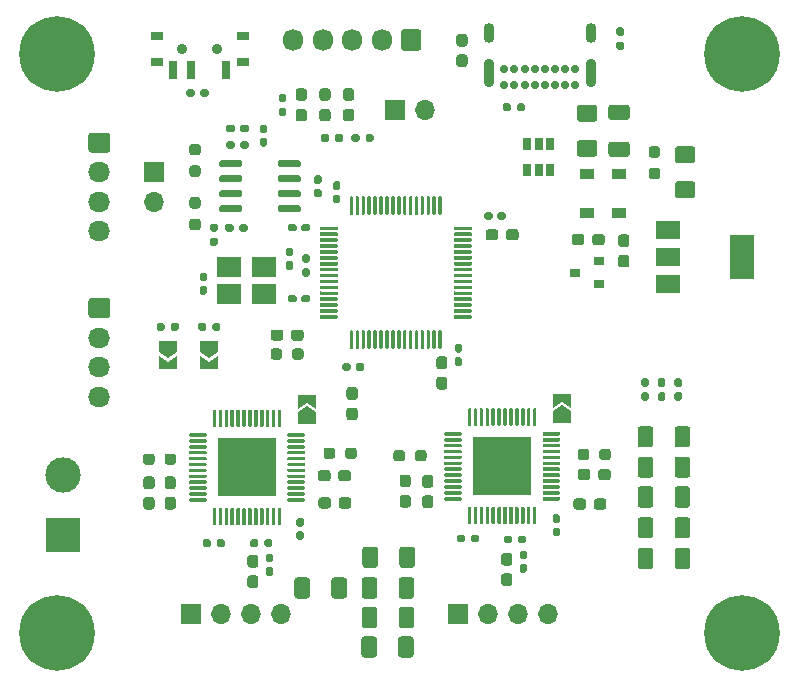
<source format=gbr>
%TF.GenerationSoftware,KiCad,Pcbnew,5.1.8*%
%TF.CreationDate,2021-01-17T13:40:54+01:00*%
%TF.ProjectId,sm4,736d342e-6b69-4636-9164-5f7063625858,rev?*%
%TF.SameCoordinates,Original*%
%TF.FileFunction,Soldermask,Top*%
%TF.FilePolarity,Negative*%
%FSLAX46Y46*%
G04 Gerber Fmt 4.6, Leading zero omitted, Abs format (unit mm)*
G04 Created by KiCad (PCBNEW 5.1.8) date 2021-01-17 13:40:54*
%MOMM*%
%LPD*%
G01*
G04 APERTURE LIST*
%ADD10R,2.000000X1.500000*%
%ADD11R,2.000000X3.800000*%
%ADD12C,0.150000*%
%ADD13R,2.100000X1.800000*%
%ADD14R,0.650000X1.060000*%
%ADD15R,0.900000X0.800000*%
%ADD16R,5.000000X5.000000*%
%ADD17R,1.000000X0.800000*%
%ADD18R,0.700000X1.500000*%
%ADD19C,0.900000*%
%ADD20O,1.700000X1.700000*%
%ADD21R,1.700000X1.700000*%
%ADD22O,1.700000X1.850000*%
%ADD23O,0.900000X1.700000*%
%ADD24O,0.900000X2.400000*%
%ADD25C,0.700000*%
%ADD26C,3.000000*%
%ADD27R,3.000000X3.000000*%
%ADD28O,1.850000X1.700000*%
%ADD29C,6.400000*%
%ADD30R,1.200000X0.900000*%
G04 APERTURE END LIST*
D10*
%TO.C,Q1*%
X95250000Y-68400000D03*
X95250000Y-73000000D03*
X95250000Y-70700000D03*
D11*
X101550000Y-70700000D03*
%TD*%
%TO.C,C30*%
G36*
G01*
X81362500Y-97462500D02*
X81837500Y-97462500D01*
G75*
G02*
X82075000Y-97700000I0J-237500D01*
G01*
X82075000Y-98300000D01*
G75*
G02*
X81837500Y-98537500I-237500J0D01*
G01*
X81362500Y-98537500D01*
G75*
G02*
X81125000Y-98300000I0J237500D01*
G01*
X81125000Y-97700000D01*
G75*
G02*
X81362500Y-97462500I237500J0D01*
G01*
G37*
G36*
G01*
X81362500Y-95737500D02*
X81837500Y-95737500D01*
G75*
G02*
X82075000Y-95975000I0J-237500D01*
G01*
X82075000Y-96575000D01*
G75*
G02*
X81837500Y-96812500I-237500J0D01*
G01*
X81362500Y-96812500D01*
G75*
G02*
X81125000Y-96575000I0J237500D01*
G01*
X81125000Y-95975000D01*
G75*
G02*
X81362500Y-95737500I237500J0D01*
G01*
G37*
%TD*%
%TO.C,C7*%
G36*
G01*
X59862500Y-97625000D02*
X60337500Y-97625000D01*
G75*
G02*
X60575000Y-97862500I0J-237500D01*
G01*
X60575000Y-98462500D01*
G75*
G02*
X60337500Y-98700000I-237500J0D01*
G01*
X59862500Y-98700000D01*
G75*
G02*
X59625000Y-98462500I0J237500D01*
G01*
X59625000Y-97862500D01*
G75*
G02*
X59862500Y-97625000I237500J0D01*
G01*
G37*
G36*
G01*
X59862500Y-95900000D02*
X60337500Y-95900000D01*
G75*
G02*
X60575000Y-96137500I0J-237500D01*
G01*
X60575000Y-96737500D01*
G75*
G02*
X60337500Y-96975000I-237500J0D01*
G01*
X59862500Y-96975000D01*
G75*
G02*
X59625000Y-96737500I0J237500D01*
G01*
X59625000Y-96137500D01*
G75*
G02*
X59862500Y-95900000I237500J0D01*
G01*
G37*
%TD*%
%TO.C,R26*%
G36*
G01*
X56157500Y-76440000D02*
X56157500Y-76760000D01*
G75*
G02*
X55997500Y-76920000I-160000J0D01*
G01*
X55602500Y-76920000D01*
G75*
G02*
X55442500Y-76760000I0J160000D01*
G01*
X55442500Y-76440000D01*
G75*
G02*
X55602500Y-76280000I160000J0D01*
G01*
X55997500Y-76280000D01*
G75*
G02*
X56157500Y-76440000I0J-160000D01*
G01*
G37*
G36*
G01*
X57352500Y-76440000D02*
X57352500Y-76760000D01*
G75*
G02*
X57192500Y-76920000I-160000J0D01*
G01*
X56797500Y-76920000D01*
G75*
G02*
X56637500Y-76760000I0J160000D01*
G01*
X56637500Y-76440000D01*
G75*
G02*
X56797500Y-76280000I160000J0D01*
G01*
X57192500Y-76280000D01*
G75*
G02*
X57352500Y-76440000I0J-160000D01*
G01*
G37*
%TD*%
%TO.C,R25*%
G36*
G01*
X53140000Y-76760000D02*
X53140000Y-76440000D01*
G75*
G02*
X53300000Y-76280000I160000J0D01*
G01*
X53695000Y-76280000D01*
G75*
G02*
X53855000Y-76440000I0J-160000D01*
G01*
X53855000Y-76760000D01*
G75*
G02*
X53695000Y-76920000I-160000J0D01*
G01*
X53300000Y-76920000D01*
G75*
G02*
X53140000Y-76760000I0J160000D01*
G01*
G37*
G36*
G01*
X51945000Y-76760000D02*
X51945000Y-76440000D01*
G75*
G02*
X52105000Y-76280000I160000J0D01*
G01*
X52500000Y-76280000D01*
G75*
G02*
X52660000Y-76440000I0J-160000D01*
G01*
X52660000Y-76760000D01*
G75*
G02*
X52500000Y-76920000I-160000J0D01*
G01*
X52105000Y-76920000D01*
G75*
G02*
X51945000Y-76760000I0J160000D01*
G01*
G37*
%TD*%
D12*
%TO.C,JP4*%
G36*
X56400000Y-79250000D02*
G01*
X55650000Y-78750000D01*
X55650000Y-77750000D01*
X57150000Y-77750000D01*
X57150000Y-78750000D01*
X56400000Y-79250000D01*
G37*
G36*
X55650000Y-80200000D02*
G01*
X55650000Y-79050000D01*
X56400000Y-79550000D01*
X57150000Y-79050000D01*
X57150000Y-80200000D01*
X55650000Y-80200000D01*
G37*
%TD*%
%TO.C,JP3*%
G36*
X52900000Y-79250000D02*
G01*
X52150000Y-78750000D01*
X52150000Y-77750000D01*
X53650000Y-77750000D01*
X53650000Y-78750000D01*
X52900000Y-79250000D01*
G37*
G36*
X52150000Y-80200000D02*
G01*
X52150000Y-79050000D01*
X52900000Y-79550000D01*
X53650000Y-79050000D01*
X53650000Y-80200000D01*
X52150000Y-80200000D01*
G37*
%TD*%
%TO.C,C43*%
G36*
G01*
X72437500Y-101850001D02*
X72437500Y-100549999D01*
G75*
G02*
X72687499Y-100300000I249999J0D01*
G01*
X73512501Y-100300000D01*
G75*
G02*
X73762500Y-100549999I0J-249999D01*
G01*
X73762500Y-101850001D01*
G75*
G02*
X73512501Y-102100000I-249999J0D01*
G01*
X72687499Y-102100000D01*
G75*
G02*
X72437500Y-101850001I0J249999D01*
G01*
G37*
G36*
G01*
X69312500Y-101850001D02*
X69312500Y-100549999D01*
G75*
G02*
X69562499Y-100300000I249999J0D01*
G01*
X70387501Y-100300000D01*
G75*
G02*
X70637500Y-100549999I0J-249999D01*
G01*
X70637500Y-101850001D01*
G75*
G02*
X70387501Y-102100000I-249999J0D01*
G01*
X69562499Y-102100000D01*
G75*
G02*
X69312500Y-101850001I0J249999D01*
G01*
G37*
%TD*%
%TO.C,C42*%
G36*
G01*
X72437500Y-99350001D02*
X72437500Y-98049999D01*
G75*
G02*
X72687499Y-97800000I249999J0D01*
G01*
X73512501Y-97800000D01*
G75*
G02*
X73762500Y-98049999I0J-249999D01*
G01*
X73762500Y-99350001D01*
G75*
G02*
X73512501Y-99600000I-249999J0D01*
G01*
X72687499Y-99600000D01*
G75*
G02*
X72437500Y-99350001I0J249999D01*
G01*
G37*
G36*
G01*
X69312500Y-99350001D02*
X69312500Y-98049999D01*
G75*
G02*
X69562499Y-97800000I249999J0D01*
G01*
X70387501Y-97800000D01*
G75*
G02*
X70637500Y-98049999I0J-249999D01*
G01*
X70637500Y-99350001D01*
G75*
G02*
X70387501Y-99600000I-249999J0D01*
G01*
X69562499Y-99600000D01*
G75*
G02*
X69312500Y-99350001I0J249999D01*
G01*
G37*
%TD*%
%TO.C,C41*%
G36*
G01*
X64937500Y-98049999D02*
X64937500Y-99350001D01*
G75*
G02*
X64687501Y-99600000I-249999J0D01*
G01*
X63862499Y-99600000D01*
G75*
G02*
X63612500Y-99350001I0J249999D01*
G01*
X63612500Y-98049999D01*
G75*
G02*
X63862499Y-97800000I249999J0D01*
G01*
X64687501Y-97800000D01*
G75*
G02*
X64937500Y-98049999I0J-249999D01*
G01*
G37*
G36*
G01*
X68062500Y-98049999D02*
X68062500Y-99350001D01*
G75*
G02*
X67812501Y-99600000I-249999J0D01*
G01*
X66987499Y-99600000D01*
G75*
G02*
X66737500Y-99350001I0J249999D01*
G01*
X66737500Y-98049999D01*
G75*
G02*
X66987499Y-97800000I249999J0D01*
G01*
X67812501Y-97800000D01*
G75*
G02*
X68062500Y-98049999I0J-249999D01*
G01*
G37*
%TD*%
%TO.C,C40*%
G36*
G01*
X95805001Y-96850001D02*
X95805001Y-95549999D01*
G75*
G02*
X96055000Y-95300000I249999J0D01*
G01*
X96880002Y-95300000D01*
G75*
G02*
X97130001Y-95549999I0J-249999D01*
G01*
X97130001Y-96850001D01*
G75*
G02*
X96880002Y-97100000I-249999J0D01*
G01*
X96055000Y-97100000D01*
G75*
G02*
X95805001Y-96850001I0J249999D01*
G01*
G37*
G36*
G01*
X92680001Y-96850001D02*
X92680001Y-95549999D01*
G75*
G02*
X92930000Y-95300000I249999J0D01*
G01*
X93755002Y-95300000D01*
G75*
G02*
X94005001Y-95549999I0J-249999D01*
G01*
X94005001Y-96850001D01*
G75*
G02*
X93755002Y-97100000I-249999J0D01*
G01*
X92930000Y-97100000D01*
G75*
G02*
X92680001Y-96850001I0J249999D01*
G01*
G37*
%TD*%
%TO.C,C39*%
G36*
G01*
X72500000Y-96750001D02*
X72500000Y-95449999D01*
G75*
G02*
X72749999Y-95200000I249999J0D01*
G01*
X73575001Y-95200000D01*
G75*
G02*
X73825000Y-95449999I0J-249999D01*
G01*
X73825000Y-96750001D01*
G75*
G02*
X73575001Y-97000000I-249999J0D01*
G01*
X72749999Y-97000000D01*
G75*
G02*
X72500000Y-96750001I0J249999D01*
G01*
G37*
G36*
G01*
X69375000Y-96750001D02*
X69375000Y-95449999D01*
G75*
G02*
X69624999Y-95200000I249999J0D01*
G01*
X70450001Y-95200000D01*
G75*
G02*
X70700000Y-95449999I0J-249999D01*
G01*
X70700000Y-96750001D01*
G75*
G02*
X70450001Y-97000000I-249999J0D01*
G01*
X69624999Y-97000000D01*
G75*
G02*
X69375000Y-96750001I0J249999D01*
G01*
G37*
%TD*%
%TO.C,C38*%
G36*
G01*
X72400000Y-104350001D02*
X72400000Y-103049999D01*
G75*
G02*
X72649999Y-102800000I249999J0D01*
G01*
X73475001Y-102800000D01*
G75*
G02*
X73725000Y-103049999I0J-249999D01*
G01*
X73725000Y-104350001D01*
G75*
G02*
X73475001Y-104600000I-249999J0D01*
G01*
X72649999Y-104600000D01*
G75*
G02*
X72400000Y-104350001I0J249999D01*
G01*
G37*
G36*
G01*
X69275000Y-104350001D02*
X69275000Y-103049999D01*
G75*
G02*
X69524999Y-102800000I249999J0D01*
G01*
X70350001Y-102800000D01*
G75*
G02*
X70600000Y-103049999I0J-249999D01*
G01*
X70600000Y-104350001D01*
G75*
G02*
X70350001Y-104600000I-249999J0D01*
G01*
X69524999Y-104600000D01*
G75*
G02*
X69275000Y-104350001I0J249999D01*
G01*
G37*
%TD*%
%TO.C,C37*%
G36*
G01*
X95805001Y-94250001D02*
X95805001Y-92949999D01*
G75*
G02*
X96055000Y-92700000I249999J0D01*
G01*
X96880002Y-92700000D01*
G75*
G02*
X97130001Y-92949999I0J-249999D01*
G01*
X97130001Y-94250001D01*
G75*
G02*
X96880002Y-94500000I-249999J0D01*
G01*
X96055000Y-94500000D01*
G75*
G02*
X95805001Y-94250001I0J249999D01*
G01*
G37*
G36*
G01*
X92680001Y-94250001D02*
X92680001Y-92949999D01*
G75*
G02*
X92930000Y-92700000I249999J0D01*
G01*
X93755002Y-92700000D01*
G75*
G02*
X94005001Y-92949999I0J-249999D01*
G01*
X94005001Y-94250001D01*
G75*
G02*
X93755002Y-94500000I-249999J0D01*
G01*
X92930000Y-94500000D01*
G75*
G02*
X92680001Y-94250001I0J249999D01*
G01*
G37*
%TD*%
%TO.C,C27*%
G36*
G01*
X95800000Y-86550001D02*
X95800000Y-85249999D01*
G75*
G02*
X96049999Y-85000000I249999J0D01*
G01*
X96875001Y-85000000D01*
G75*
G02*
X97125000Y-85249999I0J-249999D01*
G01*
X97125000Y-86550001D01*
G75*
G02*
X96875001Y-86800000I-249999J0D01*
G01*
X96049999Y-86800000D01*
G75*
G02*
X95800000Y-86550001I0J249999D01*
G01*
G37*
G36*
G01*
X92675000Y-86550001D02*
X92675000Y-85249999D01*
G75*
G02*
X92924999Y-85000000I249999J0D01*
G01*
X93750001Y-85000000D01*
G75*
G02*
X94000000Y-85249999I0J-249999D01*
G01*
X94000000Y-86550001D01*
G75*
G02*
X93750001Y-86800000I-249999J0D01*
G01*
X92924999Y-86800000D01*
G75*
G02*
X92675000Y-86550001I0J249999D01*
G01*
G37*
%TD*%
%TO.C,C26*%
G36*
G01*
X95805001Y-91650001D02*
X95805001Y-90349999D01*
G75*
G02*
X96055000Y-90100000I249999J0D01*
G01*
X96880002Y-90100000D01*
G75*
G02*
X97130001Y-90349999I0J-249999D01*
G01*
X97130001Y-91650001D01*
G75*
G02*
X96880002Y-91900000I-249999J0D01*
G01*
X96055000Y-91900000D01*
G75*
G02*
X95805001Y-91650001I0J249999D01*
G01*
G37*
G36*
G01*
X92680001Y-91650001D02*
X92680001Y-90349999D01*
G75*
G02*
X92930000Y-90100000I249999J0D01*
G01*
X93755002Y-90100000D01*
G75*
G02*
X94005001Y-90349999I0J-249999D01*
G01*
X94005001Y-91650001D01*
G75*
G02*
X93755002Y-91900000I-249999J0D01*
G01*
X92930000Y-91900000D01*
G75*
G02*
X92680001Y-91650001I0J249999D01*
G01*
G37*
%TD*%
%TO.C,C4*%
G36*
G01*
X95805001Y-89125002D02*
X95805001Y-87825000D01*
G75*
G02*
X96055000Y-87575001I249999J0D01*
G01*
X96880002Y-87575001D01*
G75*
G02*
X97130001Y-87825000I0J-249999D01*
G01*
X97130001Y-89125002D01*
G75*
G02*
X96880002Y-89375001I-249999J0D01*
G01*
X96055000Y-89375001D01*
G75*
G02*
X95805001Y-89125002I0J249999D01*
G01*
G37*
G36*
G01*
X92680001Y-89125002D02*
X92680001Y-87825000D01*
G75*
G02*
X92930000Y-87575001I249999J0D01*
G01*
X93755002Y-87575001D01*
G75*
G02*
X94005001Y-87825000I0J-249999D01*
G01*
X94005001Y-89125002D01*
G75*
G02*
X93755002Y-89375001I-249999J0D01*
G01*
X92930000Y-89375001D01*
G75*
G02*
X92680001Y-89125002I0J249999D01*
G01*
G37*
%TD*%
%TO.C,R15*%
G36*
G01*
X82540000Y-94760000D02*
X82540000Y-94440000D01*
G75*
G02*
X82700000Y-94280000I160000J0D01*
G01*
X83095000Y-94280000D01*
G75*
G02*
X83255000Y-94440000I0J-160000D01*
G01*
X83255000Y-94760000D01*
G75*
G02*
X83095000Y-94920000I-160000J0D01*
G01*
X82700000Y-94920000D01*
G75*
G02*
X82540000Y-94760000I0J160000D01*
G01*
G37*
G36*
G01*
X81345000Y-94760000D02*
X81345000Y-94440000D01*
G75*
G02*
X81505000Y-94280000I160000J0D01*
G01*
X81900000Y-94280000D01*
G75*
G02*
X82060000Y-94440000I0J-160000D01*
G01*
X82060000Y-94760000D01*
G75*
G02*
X81900000Y-94920000I-160000J0D01*
G01*
X81505000Y-94920000D01*
G75*
G02*
X81345000Y-94760000I0J160000D01*
G01*
G37*
%TD*%
%TO.C,R14*%
G36*
G01*
X78062500Y-94340000D02*
X78062500Y-94660000D01*
G75*
G02*
X77902500Y-94820000I-160000J0D01*
G01*
X77507500Y-94820000D01*
G75*
G02*
X77347500Y-94660000I0J160000D01*
G01*
X77347500Y-94340000D01*
G75*
G02*
X77507500Y-94180000I160000J0D01*
G01*
X77902500Y-94180000D01*
G75*
G02*
X78062500Y-94340000I0J-160000D01*
G01*
G37*
G36*
G01*
X79257500Y-94340000D02*
X79257500Y-94660000D01*
G75*
G02*
X79097500Y-94820000I-160000J0D01*
G01*
X78702500Y-94820000D01*
G75*
G02*
X78542500Y-94660000I0J160000D01*
G01*
X78542500Y-94340000D01*
G75*
G02*
X78702500Y-94180000I160000J0D01*
G01*
X79097500Y-94180000D01*
G75*
G02*
X79257500Y-94340000I0J-160000D01*
G01*
G37*
%TD*%
%TO.C,C28*%
G36*
G01*
X72762500Y-90825000D02*
X73237500Y-90825000D01*
G75*
G02*
X73475000Y-91062500I0J-237500D01*
G01*
X73475000Y-91662500D01*
G75*
G02*
X73237500Y-91900000I-237500J0D01*
G01*
X72762500Y-91900000D01*
G75*
G02*
X72525000Y-91662500I0J237500D01*
G01*
X72525000Y-91062500D01*
G75*
G02*
X72762500Y-90825000I237500J0D01*
G01*
G37*
G36*
G01*
X72762500Y-89100000D02*
X73237500Y-89100000D01*
G75*
G02*
X73475000Y-89337500I0J-237500D01*
G01*
X73475000Y-89937500D01*
G75*
G02*
X73237500Y-90175000I-237500J0D01*
G01*
X72762500Y-90175000D01*
G75*
G02*
X72525000Y-89937500I0J237500D01*
G01*
X72525000Y-89337500D01*
G75*
G02*
X72762500Y-89100000I237500J0D01*
G01*
G37*
%TD*%
%TO.C,C32*%
G36*
G01*
X82845000Y-96667500D02*
X83155000Y-96667500D01*
G75*
G02*
X83310000Y-96822500I0J-155000D01*
G01*
X83310000Y-97247500D01*
G75*
G02*
X83155000Y-97402500I-155000J0D01*
G01*
X82845000Y-97402500D01*
G75*
G02*
X82690000Y-97247500I0J155000D01*
G01*
X82690000Y-96822500D01*
G75*
G02*
X82845000Y-96667500I155000J0D01*
G01*
G37*
G36*
G01*
X82845000Y-95532500D02*
X83155000Y-95532500D01*
G75*
G02*
X83310000Y-95687500I0J-155000D01*
G01*
X83310000Y-96112500D01*
G75*
G02*
X83155000Y-96267500I-155000J0D01*
G01*
X82845000Y-96267500D01*
G75*
G02*
X82690000Y-96112500I0J155000D01*
G01*
X82690000Y-95687500D01*
G75*
G02*
X82845000Y-95532500I155000J0D01*
G01*
G37*
%TD*%
%TO.C,C31*%
G36*
G01*
X85645000Y-93600000D02*
X85955000Y-93600000D01*
G75*
G02*
X86110000Y-93755000I0J-155000D01*
G01*
X86110000Y-94180000D01*
G75*
G02*
X85955000Y-94335000I-155000J0D01*
G01*
X85645000Y-94335000D01*
G75*
G02*
X85490000Y-94180000I0J155000D01*
G01*
X85490000Y-93755000D01*
G75*
G02*
X85645000Y-93600000I155000J0D01*
G01*
G37*
G36*
G01*
X85645000Y-92465000D02*
X85955000Y-92465000D01*
G75*
G02*
X86110000Y-92620000I0J-155000D01*
G01*
X86110000Y-93045000D01*
G75*
G02*
X85955000Y-93200000I-155000J0D01*
G01*
X85645000Y-93200000D01*
G75*
G02*
X85490000Y-93045000I0J155000D01*
G01*
X85490000Y-92620000D01*
G75*
G02*
X85645000Y-92465000I155000J0D01*
G01*
G37*
%TD*%
%TO.C,C29*%
G36*
G01*
X74662500Y-90862500D02*
X75137500Y-90862500D01*
G75*
G02*
X75375000Y-91100000I0J-237500D01*
G01*
X75375000Y-91700000D01*
G75*
G02*
X75137500Y-91937500I-237500J0D01*
G01*
X74662500Y-91937500D01*
G75*
G02*
X74425000Y-91700000I0J237500D01*
G01*
X74425000Y-91100000D01*
G75*
G02*
X74662500Y-90862500I237500J0D01*
G01*
G37*
G36*
G01*
X74662500Y-89137500D02*
X75137500Y-89137500D01*
G75*
G02*
X75375000Y-89375000I0J-237500D01*
G01*
X75375000Y-89975000D01*
G75*
G02*
X75137500Y-90212500I-237500J0D01*
G01*
X74662500Y-90212500D01*
G75*
G02*
X74425000Y-89975000I0J237500D01*
G01*
X74425000Y-89375000D01*
G75*
G02*
X74662500Y-89137500I237500J0D01*
G01*
G37*
%TD*%
%TO.C,C24*%
G36*
G01*
X89325000Y-89337500D02*
X89325000Y-88862500D01*
G75*
G02*
X89562500Y-88625000I237500J0D01*
G01*
X90162500Y-88625000D01*
G75*
G02*
X90400000Y-88862500I0J-237500D01*
G01*
X90400000Y-89337500D01*
G75*
G02*
X90162500Y-89575000I-237500J0D01*
G01*
X89562500Y-89575000D01*
G75*
G02*
X89325000Y-89337500I0J237500D01*
G01*
G37*
G36*
G01*
X87600000Y-89337500D02*
X87600000Y-88862500D01*
G75*
G02*
X87837500Y-88625000I237500J0D01*
G01*
X88437500Y-88625000D01*
G75*
G02*
X88675000Y-88862500I0J-237500D01*
G01*
X88675000Y-89337500D01*
G75*
G02*
X88437500Y-89575000I-237500J0D01*
G01*
X87837500Y-89575000D01*
G75*
G02*
X87600000Y-89337500I0J237500D01*
G01*
G37*
%TD*%
%TO.C,C23*%
G36*
G01*
X88312500Y-91362500D02*
X88312500Y-91837500D01*
G75*
G02*
X88075000Y-92075000I-237500J0D01*
G01*
X87475000Y-92075000D01*
G75*
G02*
X87237500Y-91837500I0J237500D01*
G01*
X87237500Y-91362500D01*
G75*
G02*
X87475000Y-91125000I237500J0D01*
G01*
X88075000Y-91125000D01*
G75*
G02*
X88312500Y-91362500I0J-237500D01*
G01*
G37*
G36*
G01*
X90037500Y-91362500D02*
X90037500Y-91837500D01*
G75*
G02*
X89800000Y-92075000I-237500J0D01*
G01*
X89200000Y-92075000D01*
G75*
G02*
X88962500Y-91837500I0J237500D01*
G01*
X88962500Y-91362500D01*
G75*
G02*
X89200000Y-91125000I237500J0D01*
G01*
X89800000Y-91125000D01*
G75*
G02*
X90037500Y-91362500I0J-237500D01*
G01*
G37*
%TD*%
%TO.C,C9*%
G36*
G01*
X63945000Y-93900000D02*
X64255000Y-93900000D01*
G75*
G02*
X64410000Y-94055000I0J-155000D01*
G01*
X64410000Y-94480000D01*
G75*
G02*
X64255000Y-94635000I-155000J0D01*
G01*
X63945000Y-94635000D01*
G75*
G02*
X63790000Y-94480000I0J155000D01*
G01*
X63790000Y-94055000D01*
G75*
G02*
X63945000Y-93900000I155000J0D01*
G01*
G37*
G36*
G01*
X63945000Y-92765000D02*
X64255000Y-92765000D01*
G75*
G02*
X64410000Y-92920000I0J-155000D01*
G01*
X64410000Y-93345000D01*
G75*
G02*
X64255000Y-93500000I-155000J0D01*
G01*
X63945000Y-93500000D01*
G75*
G02*
X63790000Y-93345000I0J155000D01*
G01*
X63790000Y-92920000D01*
G75*
G02*
X63945000Y-92765000I155000J0D01*
G01*
G37*
%TD*%
%TO.C,C6*%
G36*
G01*
X51062500Y-90987500D02*
X51537500Y-90987500D01*
G75*
G02*
X51775000Y-91225000I0J-237500D01*
G01*
X51775000Y-91825000D01*
G75*
G02*
X51537500Y-92062500I-237500J0D01*
G01*
X51062500Y-92062500D01*
G75*
G02*
X50825000Y-91825000I0J237500D01*
G01*
X50825000Y-91225000D01*
G75*
G02*
X51062500Y-90987500I237500J0D01*
G01*
G37*
G36*
G01*
X51062500Y-89262500D02*
X51537500Y-89262500D01*
G75*
G02*
X51775000Y-89500000I0J-237500D01*
G01*
X51775000Y-90100000D01*
G75*
G02*
X51537500Y-90337500I-237500J0D01*
G01*
X51062500Y-90337500D01*
G75*
G02*
X50825000Y-90100000I0J237500D01*
G01*
X50825000Y-89500000D01*
G75*
G02*
X51062500Y-89262500I237500J0D01*
G01*
G37*
%TD*%
%TO.C,C5*%
G36*
G01*
X52862500Y-90987500D02*
X53337500Y-90987500D01*
G75*
G02*
X53575000Y-91225000I0J-237500D01*
G01*
X53575000Y-91825000D01*
G75*
G02*
X53337500Y-92062500I-237500J0D01*
G01*
X52862500Y-92062500D01*
G75*
G02*
X52625000Y-91825000I0J237500D01*
G01*
X52625000Y-91225000D01*
G75*
G02*
X52862500Y-90987500I237500J0D01*
G01*
G37*
G36*
G01*
X52862500Y-89262500D02*
X53337500Y-89262500D01*
G75*
G02*
X53575000Y-89500000I0J-237500D01*
G01*
X53575000Y-90100000D01*
G75*
G02*
X53337500Y-90337500I-237500J0D01*
G01*
X52862500Y-90337500D01*
G75*
G02*
X52625000Y-90100000I0J237500D01*
G01*
X52625000Y-89500000D01*
G75*
G02*
X52862500Y-89262500I237500J0D01*
G01*
G37*
%TD*%
%TO.C,C3*%
G36*
G01*
X67325000Y-89437500D02*
X67325000Y-88962500D01*
G75*
G02*
X67562500Y-88725000I237500J0D01*
G01*
X68162500Y-88725000D01*
G75*
G02*
X68400000Y-88962500I0J-237500D01*
G01*
X68400000Y-89437500D01*
G75*
G02*
X68162500Y-89675000I-237500J0D01*
G01*
X67562500Y-89675000D01*
G75*
G02*
X67325000Y-89437500I0J237500D01*
G01*
G37*
G36*
G01*
X65600000Y-89437500D02*
X65600000Y-88962500D01*
G75*
G02*
X65837500Y-88725000I237500J0D01*
G01*
X66437500Y-88725000D01*
G75*
G02*
X66675000Y-88962500I0J-237500D01*
G01*
X66675000Y-89437500D01*
G75*
G02*
X66437500Y-89675000I-237500J0D01*
G01*
X65837500Y-89675000D01*
G75*
G02*
X65600000Y-89437500I0J237500D01*
G01*
G37*
%TD*%
%TO.C,C2*%
G36*
G01*
X66712500Y-91262500D02*
X66712500Y-91737500D01*
G75*
G02*
X66475000Y-91975000I-237500J0D01*
G01*
X65875000Y-91975000D01*
G75*
G02*
X65637500Y-91737500I0J237500D01*
G01*
X65637500Y-91262500D01*
G75*
G02*
X65875000Y-91025000I237500J0D01*
G01*
X66475000Y-91025000D01*
G75*
G02*
X66712500Y-91262500I0J-237500D01*
G01*
G37*
G36*
G01*
X68437500Y-91262500D02*
X68437500Y-91737500D01*
G75*
G02*
X68200000Y-91975000I-237500J0D01*
G01*
X67600000Y-91975000D01*
G75*
G02*
X67362500Y-91737500I0J237500D01*
G01*
X67362500Y-91262500D01*
G75*
G02*
X67600000Y-91025000I237500J0D01*
G01*
X68200000Y-91025000D01*
G75*
G02*
X68437500Y-91262500I0J-237500D01*
G01*
G37*
%TD*%
%TO.C,R2*%
G36*
G01*
X61040000Y-95060000D02*
X61040000Y-94740000D01*
G75*
G02*
X61200000Y-94580000I160000J0D01*
G01*
X61595000Y-94580000D01*
G75*
G02*
X61755000Y-94740000I0J-160000D01*
G01*
X61755000Y-95060000D01*
G75*
G02*
X61595000Y-95220000I-160000J0D01*
G01*
X61200000Y-95220000D01*
G75*
G02*
X61040000Y-95060000I0J160000D01*
G01*
G37*
G36*
G01*
X59845000Y-95060000D02*
X59845000Y-94740000D01*
G75*
G02*
X60005000Y-94580000I160000J0D01*
G01*
X60400000Y-94580000D01*
G75*
G02*
X60560000Y-94740000I0J-160000D01*
G01*
X60560000Y-95060000D01*
G75*
G02*
X60400000Y-95220000I-160000J0D01*
G01*
X60005000Y-95220000D01*
G75*
G02*
X59845000Y-95060000I0J160000D01*
G01*
G37*
%TD*%
%TO.C,C10*%
G36*
G01*
X61345000Y-96932500D02*
X61655000Y-96932500D01*
G75*
G02*
X61810000Y-97087500I0J-155000D01*
G01*
X61810000Y-97512500D01*
G75*
G02*
X61655000Y-97667500I-155000J0D01*
G01*
X61345000Y-97667500D01*
G75*
G02*
X61190000Y-97512500I0J155000D01*
G01*
X61190000Y-97087500D01*
G75*
G02*
X61345000Y-96932500I155000J0D01*
G01*
G37*
G36*
G01*
X61345000Y-95797500D02*
X61655000Y-95797500D01*
G75*
G02*
X61810000Y-95952500I0J-155000D01*
G01*
X61810000Y-96377500D01*
G75*
G02*
X61655000Y-96532500I-155000J0D01*
G01*
X61345000Y-96532500D01*
G75*
G02*
X61190000Y-96377500I0J155000D01*
G01*
X61190000Y-95952500D01*
G75*
G02*
X61345000Y-95797500I155000J0D01*
G01*
G37*
%TD*%
%TO.C,C36*%
G36*
G01*
X95945000Y-82100000D02*
X96255000Y-82100000D01*
G75*
G02*
X96410000Y-82255000I0J-155000D01*
G01*
X96410000Y-82680000D01*
G75*
G02*
X96255000Y-82835000I-155000J0D01*
G01*
X95945000Y-82835000D01*
G75*
G02*
X95790000Y-82680000I0J155000D01*
G01*
X95790000Y-82255000D01*
G75*
G02*
X95945000Y-82100000I155000J0D01*
G01*
G37*
G36*
G01*
X95945000Y-80965000D02*
X96255000Y-80965000D01*
G75*
G02*
X96410000Y-81120000I0J-155000D01*
G01*
X96410000Y-81545000D01*
G75*
G02*
X96255000Y-81700000I-155000J0D01*
G01*
X95945000Y-81700000D01*
G75*
G02*
X95790000Y-81545000I0J155000D01*
G01*
X95790000Y-81120000D01*
G75*
G02*
X95945000Y-80965000I155000J0D01*
G01*
G37*
%TD*%
%TO.C,C16*%
G36*
G01*
X63800000Y-74045000D02*
X63800000Y-74355000D01*
G75*
G02*
X63645000Y-74510000I-155000J0D01*
G01*
X63220000Y-74510000D01*
G75*
G02*
X63065000Y-74355000I0J155000D01*
G01*
X63065000Y-74045000D01*
G75*
G02*
X63220000Y-73890000I155000J0D01*
G01*
X63645000Y-73890000D01*
G75*
G02*
X63800000Y-74045000I0J-155000D01*
G01*
G37*
G36*
G01*
X64935000Y-74045000D02*
X64935000Y-74355000D01*
G75*
G02*
X64780000Y-74510000I-155000J0D01*
G01*
X64355000Y-74510000D01*
G75*
G02*
X64200000Y-74355000I0J155000D01*
G01*
X64200000Y-74045000D01*
G75*
G02*
X64355000Y-73890000I155000J0D01*
G01*
X64780000Y-73890000D01*
G75*
G02*
X64935000Y-74045000I0J-155000D01*
G01*
G37*
%TD*%
%TO.C,R6*%
G36*
G01*
X64440000Y-71642500D02*
X64760000Y-71642500D01*
G75*
G02*
X64920000Y-71802500I0J-160000D01*
G01*
X64920000Y-72197500D01*
G75*
G02*
X64760000Y-72357500I-160000J0D01*
G01*
X64440000Y-72357500D01*
G75*
G02*
X64280000Y-72197500I0J160000D01*
G01*
X64280000Y-71802500D01*
G75*
G02*
X64440000Y-71642500I160000J0D01*
G01*
G37*
G36*
G01*
X64440000Y-70447500D02*
X64760000Y-70447500D01*
G75*
G02*
X64920000Y-70607500I0J-160000D01*
G01*
X64920000Y-71002500D01*
G75*
G02*
X64760000Y-71162500I-160000J0D01*
G01*
X64440000Y-71162500D01*
G75*
G02*
X64280000Y-71002500I0J160000D01*
G01*
X64280000Y-70607500D01*
G75*
G02*
X64440000Y-70447500I160000J0D01*
G01*
G37*
%TD*%
%TO.C,C17*%
G36*
G01*
X56055000Y-72732500D02*
X55745000Y-72732500D01*
G75*
G02*
X55590000Y-72577500I0J155000D01*
G01*
X55590000Y-72152500D01*
G75*
G02*
X55745000Y-71997500I155000J0D01*
G01*
X56055000Y-71997500D01*
G75*
G02*
X56210000Y-72152500I0J-155000D01*
G01*
X56210000Y-72577500D01*
G75*
G02*
X56055000Y-72732500I-155000J0D01*
G01*
G37*
G36*
G01*
X56055000Y-73867500D02*
X55745000Y-73867500D01*
G75*
G02*
X55590000Y-73712500I0J155000D01*
G01*
X55590000Y-73287500D01*
G75*
G02*
X55745000Y-73132500I155000J0D01*
G01*
X56055000Y-73132500D01*
G75*
G02*
X56210000Y-73287500I0J-155000D01*
G01*
X56210000Y-73712500D01*
G75*
G02*
X56055000Y-73867500I-155000J0D01*
G01*
G37*
%TD*%
%TO.C,C15*%
G36*
G01*
X63800000Y-68045000D02*
X63800000Y-68355000D01*
G75*
G02*
X63645000Y-68510000I-155000J0D01*
G01*
X63220000Y-68510000D01*
G75*
G02*
X63065000Y-68355000I0J155000D01*
G01*
X63065000Y-68045000D01*
G75*
G02*
X63220000Y-67890000I155000J0D01*
G01*
X63645000Y-67890000D01*
G75*
G02*
X63800000Y-68045000I0J-155000D01*
G01*
G37*
G36*
G01*
X64935000Y-68045000D02*
X64935000Y-68355000D01*
G75*
G02*
X64780000Y-68510000I-155000J0D01*
G01*
X64355000Y-68510000D01*
G75*
G02*
X64200000Y-68355000I0J155000D01*
G01*
X64200000Y-68045000D01*
G75*
G02*
X64355000Y-67890000I155000J0D01*
G01*
X64780000Y-67890000D01*
G75*
G02*
X64935000Y-68045000I0J-155000D01*
G01*
G37*
%TD*%
%TO.C,C14*%
G36*
G01*
X63045000Y-71032500D02*
X63355000Y-71032500D01*
G75*
G02*
X63510000Y-71187500I0J-155000D01*
G01*
X63510000Y-71612500D01*
G75*
G02*
X63355000Y-71767500I-155000J0D01*
G01*
X63045000Y-71767500D01*
G75*
G02*
X62890000Y-71612500I0J155000D01*
G01*
X62890000Y-71187500D01*
G75*
G02*
X63045000Y-71032500I155000J0D01*
G01*
G37*
G36*
G01*
X63045000Y-69897500D02*
X63355000Y-69897500D01*
G75*
G02*
X63510000Y-70052500I0J-155000D01*
G01*
X63510000Y-70477500D01*
G75*
G02*
X63355000Y-70632500I-155000J0D01*
G01*
X63045000Y-70632500D01*
G75*
G02*
X62890000Y-70477500I0J155000D01*
G01*
X62890000Y-70052500D01*
G75*
G02*
X63045000Y-69897500I155000J0D01*
G01*
G37*
%TD*%
%TO.C,C12*%
G36*
G01*
X67355000Y-65000000D02*
X67045000Y-65000000D01*
G75*
G02*
X66890000Y-64845000I0J155000D01*
G01*
X66890000Y-64420000D01*
G75*
G02*
X67045000Y-64265000I155000J0D01*
G01*
X67355000Y-64265000D01*
G75*
G02*
X67510000Y-64420000I0J-155000D01*
G01*
X67510000Y-64845000D01*
G75*
G02*
X67355000Y-65000000I-155000J0D01*
G01*
G37*
G36*
G01*
X67355000Y-66135000D02*
X67045000Y-66135000D01*
G75*
G02*
X66890000Y-65980000I0J155000D01*
G01*
X66890000Y-65555000D01*
G75*
G02*
X67045000Y-65400000I155000J0D01*
G01*
X67355000Y-65400000D01*
G75*
G02*
X67510000Y-65555000I0J-155000D01*
G01*
X67510000Y-65980000D01*
G75*
G02*
X67355000Y-66135000I-155000J0D01*
G01*
G37*
%TD*%
%TO.C,R11*%
G36*
G01*
X56640000Y-69040000D02*
X56960000Y-69040000D01*
G75*
G02*
X57120000Y-69200000I0J-160000D01*
G01*
X57120000Y-69595000D01*
G75*
G02*
X56960000Y-69755000I-160000J0D01*
G01*
X56640000Y-69755000D01*
G75*
G02*
X56480000Y-69595000I0J160000D01*
G01*
X56480000Y-69200000D01*
G75*
G02*
X56640000Y-69040000I160000J0D01*
G01*
G37*
G36*
G01*
X56640000Y-67845000D02*
X56960000Y-67845000D01*
G75*
G02*
X57120000Y-68005000I0J-160000D01*
G01*
X57120000Y-68400000D01*
G75*
G02*
X56960000Y-68560000I-160000J0D01*
G01*
X56640000Y-68560000D01*
G75*
G02*
X56480000Y-68400000I0J160000D01*
G01*
X56480000Y-68005000D01*
G75*
G02*
X56640000Y-67845000I160000J0D01*
G01*
G37*
%TD*%
%TO.C,R24*%
G36*
G01*
X69640000Y-60760000D02*
X69640000Y-60440000D01*
G75*
G02*
X69800000Y-60280000I160000J0D01*
G01*
X70195000Y-60280000D01*
G75*
G02*
X70355000Y-60440000I0J-160000D01*
G01*
X70355000Y-60760000D01*
G75*
G02*
X70195000Y-60920000I-160000J0D01*
G01*
X69800000Y-60920000D01*
G75*
G02*
X69640000Y-60760000I0J160000D01*
G01*
G37*
G36*
G01*
X68445000Y-60760000D02*
X68445000Y-60440000D01*
G75*
G02*
X68605000Y-60280000I160000J0D01*
G01*
X69000000Y-60280000D01*
G75*
G02*
X69160000Y-60440000I0J-160000D01*
G01*
X69160000Y-60760000D01*
G75*
G02*
X69000000Y-60920000I-160000J0D01*
G01*
X68605000Y-60920000D01*
G75*
G02*
X68445000Y-60760000I0J160000D01*
G01*
G37*
%TD*%
%TO.C,R23*%
G36*
G01*
X91040000Y-52440000D02*
X91360000Y-52440000D01*
G75*
G02*
X91520000Y-52600000I0J-160000D01*
G01*
X91520000Y-52995000D01*
G75*
G02*
X91360000Y-53155000I-160000J0D01*
G01*
X91040000Y-53155000D01*
G75*
G02*
X90880000Y-52995000I0J160000D01*
G01*
X90880000Y-52600000D01*
G75*
G02*
X91040000Y-52440000I160000J0D01*
G01*
G37*
G36*
G01*
X91040000Y-51245000D02*
X91360000Y-51245000D01*
G75*
G02*
X91520000Y-51405000I0J-160000D01*
G01*
X91520000Y-51800000D01*
G75*
G02*
X91360000Y-51960000I-160000J0D01*
G01*
X91040000Y-51960000D01*
G75*
G02*
X90880000Y-51800000I0J160000D01*
G01*
X90880000Y-51405000D01*
G75*
G02*
X91040000Y-51245000I160000J0D01*
G01*
G37*
%TD*%
%TO.C,R22*%
G36*
G01*
X82440000Y-58160000D02*
X82440000Y-57840000D01*
G75*
G02*
X82600000Y-57680000I160000J0D01*
G01*
X82995000Y-57680000D01*
G75*
G02*
X83155000Y-57840000I0J-160000D01*
G01*
X83155000Y-58160000D01*
G75*
G02*
X82995000Y-58320000I-160000J0D01*
G01*
X82600000Y-58320000D01*
G75*
G02*
X82440000Y-58160000I0J160000D01*
G01*
G37*
G36*
G01*
X81245000Y-58160000D02*
X81245000Y-57840000D01*
G75*
G02*
X81405000Y-57680000I160000J0D01*
G01*
X81800000Y-57680000D01*
G75*
G02*
X81960000Y-57840000I0J-160000D01*
G01*
X81960000Y-58160000D01*
G75*
G02*
X81800000Y-58320000I-160000J0D01*
G01*
X81405000Y-58320000D01*
G75*
G02*
X81245000Y-58160000I0J160000D01*
G01*
G37*
%TD*%
%TO.C,R21*%
G36*
G01*
X67040000Y-60760000D02*
X67040000Y-60440000D01*
G75*
G02*
X67200000Y-60280000I160000J0D01*
G01*
X67595000Y-60280000D01*
G75*
G02*
X67755000Y-60440000I0J-160000D01*
G01*
X67755000Y-60760000D01*
G75*
G02*
X67595000Y-60920000I-160000J0D01*
G01*
X67200000Y-60920000D01*
G75*
G02*
X67040000Y-60760000I0J160000D01*
G01*
G37*
G36*
G01*
X65845000Y-60760000D02*
X65845000Y-60440000D01*
G75*
G02*
X66005000Y-60280000I160000J0D01*
G01*
X66400000Y-60280000D01*
G75*
G02*
X66560000Y-60440000I0J-160000D01*
G01*
X66560000Y-60760000D01*
G75*
G02*
X66400000Y-60920000I-160000J0D01*
G01*
X66005000Y-60920000D01*
G75*
G02*
X65845000Y-60760000I0J160000D01*
G01*
G37*
%TD*%
%TO.C,R20*%
G36*
G01*
X62760000Y-57560000D02*
X62440000Y-57560000D01*
G75*
G02*
X62280000Y-57400000I0J160000D01*
G01*
X62280000Y-57005000D01*
G75*
G02*
X62440000Y-56845000I160000J0D01*
G01*
X62760000Y-56845000D01*
G75*
G02*
X62920000Y-57005000I0J-160000D01*
G01*
X62920000Y-57400000D01*
G75*
G02*
X62760000Y-57560000I-160000J0D01*
G01*
G37*
G36*
G01*
X62760000Y-58755000D02*
X62440000Y-58755000D01*
G75*
G02*
X62280000Y-58595000I0J160000D01*
G01*
X62280000Y-58200000D01*
G75*
G02*
X62440000Y-58040000I160000J0D01*
G01*
X62760000Y-58040000D01*
G75*
G02*
X62920000Y-58200000I0J-160000D01*
G01*
X62920000Y-58595000D01*
G75*
G02*
X62760000Y-58755000I-160000J0D01*
G01*
G37*
%TD*%
%TO.C,R19*%
G36*
G01*
X94860000Y-81660000D02*
X94540000Y-81660000D01*
G75*
G02*
X94380000Y-81500000I0J160000D01*
G01*
X94380000Y-81105000D01*
G75*
G02*
X94540000Y-80945000I160000J0D01*
G01*
X94860000Y-80945000D01*
G75*
G02*
X95020000Y-81105000I0J-160000D01*
G01*
X95020000Y-81500000D01*
G75*
G02*
X94860000Y-81660000I-160000J0D01*
G01*
G37*
G36*
G01*
X94860000Y-82855000D02*
X94540000Y-82855000D01*
G75*
G02*
X94380000Y-82695000I0J160000D01*
G01*
X94380000Y-82300000D01*
G75*
G02*
X94540000Y-82140000I160000J0D01*
G01*
X94860000Y-82140000D01*
G75*
G02*
X95020000Y-82300000I0J-160000D01*
G01*
X95020000Y-82695000D01*
G75*
G02*
X94860000Y-82855000I-160000J0D01*
G01*
G37*
%TD*%
%TO.C,R18*%
G36*
G01*
X93140000Y-82140000D02*
X93460000Y-82140000D01*
G75*
G02*
X93620000Y-82300000I0J-160000D01*
G01*
X93620000Y-82695000D01*
G75*
G02*
X93460000Y-82855000I-160000J0D01*
G01*
X93140000Y-82855000D01*
G75*
G02*
X92980000Y-82695000I0J160000D01*
G01*
X92980000Y-82300000D01*
G75*
G02*
X93140000Y-82140000I160000J0D01*
G01*
G37*
G36*
G01*
X93140000Y-80945000D02*
X93460000Y-80945000D01*
G75*
G02*
X93620000Y-81105000I0J-160000D01*
G01*
X93620000Y-81500000D01*
G75*
G02*
X93460000Y-81660000I-160000J0D01*
G01*
X93140000Y-81660000D01*
G75*
G02*
X92980000Y-81500000I0J160000D01*
G01*
X92980000Y-81105000D01*
G75*
G02*
X93140000Y-80945000I160000J0D01*
G01*
G37*
%TD*%
%TO.C,R10*%
G36*
G01*
X58460000Y-68040000D02*
X58460000Y-68360000D01*
G75*
G02*
X58300000Y-68520000I-160000J0D01*
G01*
X57905000Y-68520000D01*
G75*
G02*
X57745000Y-68360000I0J160000D01*
G01*
X57745000Y-68040000D01*
G75*
G02*
X57905000Y-67880000I160000J0D01*
G01*
X58300000Y-67880000D01*
G75*
G02*
X58460000Y-68040000I0J-160000D01*
G01*
G37*
G36*
G01*
X59655000Y-68040000D02*
X59655000Y-68360000D01*
G75*
G02*
X59495000Y-68520000I-160000J0D01*
G01*
X59100000Y-68520000D01*
G75*
G02*
X58940000Y-68360000I0J160000D01*
G01*
X58940000Y-68040000D01*
G75*
G02*
X59100000Y-67880000I160000J0D01*
G01*
X59495000Y-67880000D01*
G75*
G02*
X59655000Y-68040000I0J-160000D01*
G01*
G37*
%TD*%
%TO.C,R8*%
G36*
G01*
X59040000Y-59960000D02*
X59040000Y-59640000D01*
G75*
G02*
X59200000Y-59480000I160000J0D01*
G01*
X59595000Y-59480000D01*
G75*
G02*
X59755000Y-59640000I0J-160000D01*
G01*
X59755000Y-59960000D01*
G75*
G02*
X59595000Y-60120000I-160000J0D01*
G01*
X59200000Y-60120000D01*
G75*
G02*
X59040000Y-59960000I0J160000D01*
G01*
G37*
G36*
G01*
X57845000Y-59960000D02*
X57845000Y-59640000D01*
G75*
G02*
X58005000Y-59480000I160000J0D01*
G01*
X58400000Y-59480000D01*
G75*
G02*
X58560000Y-59640000I0J-160000D01*
G01*
X58560000Y-59960000D01*
G75*
G02*
X58400000Y-60120000I-160000J0D01*
G01*
X58005000Y-60120000D01*
G75*
G02*
X57845000Y-59960000I0J160000D01*
G01*
G37*
%TD*%
%TO.C,R7*%
G36*
G01*
X58560000Y-61040000D02*
X58560000Y-61360000D01*
G75*
G02*
X58400000Y-61520000I-160000J0D01*
G01*
X58005000Y-61520000D01*
G75*
G02*
X57845000Y-61360000I0J160000D01*
G01*
X57845000Y-61040000D01*
G75*
G02*
X58005000Y-60880000I160000J0D01*
G01*
X58400000Y-60880000D01*
G75*
G02*
X58560000Y-61040000I0J-160000D01*
G01*
G37*
G36*
G01*
X59755000Y-61040000D02*
X59755000Y-61360000D01*
G75*
G02*
X59595000Y-61520000I-160000J0D01*
G01*
X59200000Y-61520000D01*
G75*
G02*
X59040000Y-61360000I0J160000D01*
G01*
X59040000Y-61040000D01*
G75*
G02*
X59200000Y-60880000I160000J0D01*
G01*
X59595000Y-60880000D01*
G75*
G02*
X59755000Y-61040000I0J-160000D01*
G01*
G37*
%TD*%
%TO.C,R4*%
G36*
G01*
X55640000Y-56960000D02*
X55640000Y-56640000D01*
G75*
G02*
X55800000Y-56480000I160000J0D01*
G01*
X56195000Y-56480000D01*
G75*
G02*
X56355000Y-56640000I0J-160000D01*
G01*
X56355000Y-56960000D01*
G75*
G02*
X56195000Y-57120000I-160000J0D01*
G01*
X55800000Y-57120000D01*
G75*
G02*
X55640000Y-56960000I0J160000D01*
G01*
G37*
G36*
G01*
X54445000Y-56960000D02*
X54445000Y-56640000D01*
G75*
G02*
X54605000Y-56480000I160000J0D01*
G01*
X55000000Y-56480000D01*
G75*
G02*
X55160000Y-56640000I0J-160000D01*
G01*
X55160000Y-56960000D01*
G75*
G02*
X55000000Y-57120000I-160000J0D01*
G01*
X54605000Y-57120000D01*
G75*
G02*
X54445000Y-56960000I0J160000D01*
G01*
G37*
%TD*%
%TO.C,R1*%
G36*
G01*
X56560000Y-94740000D02*
X56560000Y-95060000D01*
G75*
G02*
X56400000Y-95220000I-160000J0D01*
G01*
X56005000Y-95220000D01*
G75*
G02*
X55845000Y-95060000I0J160000D01*
G01*
X55845000Y-94740000D01*
G75*
G02*
X56005000Y-94580000I160000J0D01*
G01*
X56400000Y-94580000D01*
G75*
G02*
X56560000Y-94740000I0J-160000D01*
G01*
G37*
G36*
G01*
X57755000Y-94740000D02*
X57755000Y-95060000D01*
G75*
G02*
X57595000Y-95220000I-160000J0D01*
G01*
X57200000Y-95220000D01*
G75*
G02*
X57040000Y-95060000I0J160000D01*
G01*
X57040000Y-94740000D01*
G75*
G02*
X57200000Y-94580000I160000J0D01*
G01*
X57595000Y-94580000D01*
G75*
G02*
X57755000Y-94740000I0J-160000D01*
G01*
G37*
%TD*%
%TO.C,C22*%
G36*
G01*
X65445000Y-64900000D02*
X65755000Y-64900000D01*
G75*
G02*
X65910000Y-65055000I0J-155000D01*
G01*
X65910000Y-65480000D01*
G75*
G02*
X65755000Y-65635000I-155000J0D01*
G01*
X65445000Y-65635000D01*
G75*
G02*
X65290000Y-65480000I0J155000D01*
G01*
X65290000Y-65055000D01*
G75*
G02*
X65445000Y-64900000I155000J0D01*
G01*
G37*
G36*
G01*
X65445000Y-63765000D02*
X65755000Y-63765000D01*
G75*
G02*
X65910000Y-63920000I0J-155000D01*
G01*
X65910000Y-64345000D01*
G75*
G02*
X65755000Y-64500000I-155000J0D01*
G01*
X65445000Y-64500000D01*
G75*
G02*
X65290000Y-64345000I0J155000D01*
G01*
X65290000Y-63920000D01*
G75*
G02*
X65445000Y-63765000I155000J0D01*
G01*
G37*
%TD*%
%TO.C,C21*%
G36*
G01*
X61155000Y-60200000D02*
X60845000Y-60200000D01*
G75*
G02*
X60690000Y-60045000I0J155000D01*
G01*
X60690000Y-59620000D01*
G75*
G02*
X60845000Y-59465000I155000J0D01*
G01*
X61155000Y-59465000D01*
G75*
G02*
X61310000Y-59620000I0J-155000D01*
G01*
X61310000Y-60045000D01*
G75*
G02*
X61155000Y-60200000I-155000J0D01*
G01*
G37*
G36*
G01*
X61155000Y-61335000D02*
X60845000Y-61335000D01*
G75*
G02*
X60690000Y-61180000I0J155000D01*
G01*
X60690000Y-60755000D01*
G75*
G02*
X60845000Y-60600000I155000J0D01*
G01*
X61155000Y-60600000D01*
G75*
G02*
X61310000Y-60755000I0J-155000D01*
G01*
X61310000Y-61180000D01*
G75*
G02*
X61155000Y-61335000I-155000J0D01*
G01*
G37*
%TD*%
%TO.C,C20*%
G36*
G01*
X77345000Y-79167500D02*
X77655000Y-79167500D01*
G75*
G02*
X77810000Y-79322500I0J-155000D01*
G01*
X77810000Y-79747500D01*
G75*
G02*
X77655000Y-79902500I-155000J0D01*
G01*
X77345000Y-79902500D01*
G75*
G02*
X77190000Y-79747500I0J155000D01*
G01*
X77190000Y-79322500D01*
G75*
G02*
X77345000Y-79167500I155000J0D01*
G01*
G37*
G36*
G01*
X77345000Y-78032500D02*
X77655000Y-78032500D01*
G75*
G02*
X77810000Y-78187500I0J-155000D01*
G01*
X77810000Y-78612500D01*
G75*
G02*
X77655000Y-78767500I-155000J0D01*
G01*
X77345000Y-78767500D01*
G75*
G02*
X77190000Y-78612500I0J155000D01*
G01*
X77190000Y-78187500D01*
G75*
G02*
X77345000Y-78032500I155000J0D01*
G01*
G37*
%TD*%
%TO.C,C19*%
G36*
G01*
X80800000Y-67355000D02*
X80800000Y-67045000D01*
G75*
G02*
X80955000Y-66890000I155000J0D01*
G01*
X81380000Y-66890000D01*
G75*
G02*
X81535000Y-67045000I0J-155000D01*
G01*
X81535000Y-67355000D01*
G75*
G02*
X81380000Y-67510000I-155000J0D01*
G01*
X80955000Y-67510000D01*
G75*
G02*
X80800000Y-67355000I0J155000D01*
G01*
G37*
G36*
G01*
X79665000Y-67355000D02*
X79665000Y-67045000D01*
G75*
G02*
X79820000Y-66890000I155000J0D01*
G01*
X80245000Y-66890000D01*
G75*
G02*
X80400000Y-67045000I0J-155000D01*
G01*
X80400000Y-67355000D01*
G75*
G02*
X80245000Y-67510000I-155000J0D01*
G01*
X79820000Y-67510000D01*
G75*
G02*
X79665000Y-67355000I0J155000D01*
G01*
G37*
%TD*%
%TO.C,C18*%
G36*
G01*
X68400000Y-79845000D02*
X68400000Y-80155000D01*
G75*
G02*
X68245000Y-80310000I-155000J0D01*
G01*
X67820000Y-80310000D01*
G75*
G02*
X67665000Y-80155000I0J155000D01*
G01*
X67665000Y-79845000D01*
G75*
G02*
X67820000Y-79690000I155000J0D01*
G01*
X68245000Y-79690000D01*
G75*
G02*
X68400000Y-79845000I0J-155000D01*
G01*
G37*
G36*
G01*
X69535000Y-79845000D02*
X69535000Y-80155000D01*
G75*
G02*
X69380000Y-80310000I-155000J0D01*
G01*
X68955000Y-80310000D01*
G75*
G02*
X68800000Y-80155000I0J155000D01*
G01*
X68800000Y-79845000D01*
G75*
G02*
X68955000Y-79690000I155000J0D01*
G01*
X69380000Y-79690000D01*
G75*
G02*
X69535000Y-79845000I0J-155000D01*
G01*
G37*
%TD*%
D13*
%TO.C,Y1*%
X61000000Y-73800000D03*
X58100000Y-73800000D03*
X58100000Y-71500000D03*
X61000000Y-71500000D03*
%TD*%
D14*
%TO.C,U7*%
X84300000Y-63300000D03*
X85250000Y-63300000D03*
X83350000Y-63300000D03*
X83350000Y-61100000D03*
X84300000Y-61100000D03*
X85250000Y-61100000D03*
%TD*%
D15*
%TO.C,U6*%
X87400000Y-72000000D03*
X89400000Y-71050000D03*
X89400000Y-72950000D03*
%TD*%
D16*
%TO.C,U4*%
X81200000Y-88400000D03*
G36*
G01*
X84700000Y-85500000D02*
X86025000Y-85500000D01*
G75*
G02*
X86100000Y-85575000I0J-75000D01*
G01*
X86100000Y-85725000D01*
G75*
G02*
X86025000Y-85800000I-75000J0D01*
G01*
X84700000Y-85800000D01*
G75*
G02*
X84625000Y-85725000I0J75000D01*
G01*
X84625000Y-85575000D01*
G75*
G02*
X84700000Y-85500000I75000J0D01*
G01*
G37*
G36*
G01*
X84700000Y-86000000D02*
X86025000Y-86000000D01*
G75*
G02*
X86100000Y-86075000I0J-75000D01*
G01*
X86100000Y-86225000D01*
G75*
G02*
X86025000Y-86300000I-75000J0D01*
G01*
X84700000Y-86300000D01*
G75*
G02*
X84625000Y-86225000I0J75000D01*
G01*
X84625000Y-86075000D01*
G75*
G02*
X84700000Y-86000000I75000J0D01*
G01*
G37*
G36*
G01*
X84700000Y-86500000D02*
X86025000Y-86500000D01*
G75*
G02*
X86100000Y-86575000I0J-75000D01*
G01*
X86100000Y-86725000D01*
G75*
G02*
X86025000Y-86800000I-75000J0D01*
G01*
X84700000Y-86800000D01*
G75*
G02*
X84625000Y-86725000I0J75000D01*
G01*
X84625000Y-86575000D01*
G75*
G02*
X84700000Y-86500000I75000J0D01*
G01*
G37*
G36*
G01*
X84700000Y-87000000D02*
X86025000Y-87000000D01*
G75*
G02*
X86100000Y-87075000I0J-75000D01*
G01*
X86100000Y-87225000D01*
G75*
G02*
X86025000Y-87300000I-75000J0D01*
G01*
X84700000Y-87300000D01*
G75*
G02*
X84625000Y-87225000I0J75000D01*
G01*
X84625000Y-87075000D01*
G75*
G02*
X84700000Y-87000000I75000J0D01*
G01*
G37*
G36*
G01*
X84700000Y-87500000D02*
X86025000Y-87500000D01*
G75*
G02*
X86100000Y-87575000I0J-75000D01*
G01*
X86100000Y-87725000D01*
G75*
G02*
X86025000Y-87800000I-75000J0D01*
G01*
X84700000Y-87800000D01*
G75*
G02*
X84625000Y-87725000I0J75000D01*
G01*
X84625000Y-87575000D01*
G75*
G02*
X84700000Y-87500000I75000J0D01*
G01*
G37*
G36*
G01*
X84700000Y-88000000D02*
X86025000Y-88000000D01*
G75*
G02*
X86100000Y-88075000I0J-75000D01*
G01*
X86100000Y-88225000D01*
G75*
G02*
X86025000Y-88300000I-75000J0D01*
G01*
X84700000Y-88300000D01*
G75*
G02*
X84625000Y-88225000I0J75000D01*
G01*
X84625000Y-88075000D01*
G75*
G02*
X84700000Y-88000000I75000J0D01*
G01*
G37*
G36*
G01*
X84700000Y-88500000D02*
X86025000Y-88500000D01*
G75*
G02*
X86100000Y-88575000I0J-75000D01*
G01*
X86100000Y-88725000D01*
G75*
G02*
X86025000Y-88800000I-75000J0D01*
G01*
X84700000Y-88800000D01*
G75*
G02*
X84625000Y-88725000I0J75000D01*
G01*
X84625000Y-88575000D01*
G75*
G02*
X84700000Y-88500000I75000J0D01*
G01*
G37*
G36*
G01*
X84700000Y-89000000D02*
X86025000Y-89000000D01*
G75*
G02*
X86100000Y-89075000I0J-75000D01*
G01*
X86100000Y-89225000D01*
G75*
G02*
X86025000Y-89300000I-75000J0D01*
G01*
X84700000Y-89300000D01*
G75*
G02*
X84625000Y-89225000I0J75000D01*
G01*
X84625000Y-89075000D01*
G75*
G02*
X84700000Y-89000000I75000J0D01*
G01*
G37*
G36*
G01*
X84700000Y-89500000D02*
X86025000Y-89500000D01*
G75*
G02*
X86100000Y-89575000I0J-75000D01*
G01*
X86100000Y-89725000D01*
G75*
G02*
X86025000Y-89800000I-75000J0D01*
G01*
X84700000Y-89800000D01*
G75*
G02*
X84625000Y-89725000I0J75000D01*
G01*
X84625000Y-89575000D01*
G75*
G02*
X84700000Y-89500000I75000J0D01*
G01*
G37*
G36*
G01*
X84700000Y-90000000D02*
X86025000Y-90000000D01*
G75*
G02*
X86100000Y-90075000I0J-75000D01*
G01*
X86100000Y-90225000D01*
G75*
G02*
X86025000Y-90300000I-75000J0D01*
G01*
X84700000Y-90300000D01*
G75*
G02*
X84625000Y-90225000I0J75000D01*
G01*
X84625000Y-90075000D01*
G75*
G02*
X84700000Y-90000000I75000J0D01*
G01*
G37*
G36*
G01*
X84700000Y-90500000D02*
X86025000Y-90500000D01*
G75*
G02*
X86100000Y-90575000I0J-75000D01*
G01*
X86100000Y-90725000D01*
G75*
G02*
X86025000Y-90800000I-75000J0D01*
G01*
X84700000Y-90800000D01*
G75*
G02*
X84625000Y-90725000I0J75000D01*
G01*
X84625000Y-90575000D01*
G75*
G02*
X84700000Y-90500000I75000J0D01*
G01*
G37*
G36*
G01*
X84700000Y-91000000D02*
X86025000Y-91000000D01*
G75*
G02*
X86100000Y-91075000I0J-75000D01*
G01*
X86100000Y-91225000D01*
G75*
G02*
X86025000Y-91300000I-75000J0D01*
G01*
X84700000Y-91300000D01*
G75*
G02*
X84625000Y-91225000I0J75000D01*
G01*
X84625000Y-91075000D01*
G75*
G02*
X84700000Y-91000000I75000J0D01*
G01*
G37*
G36*
G01*
X83875000Y-91825000D02*
X84025000Y-91825000D01*
G75*
G02*
X84100000Y-91900000I0J-75000D01*
G01*
X84100000Y-93225000D01*
G75*
G02*
X84025000Y-93300000I-75000J0D01*
G01*
X83875000Y-93300000D01*
G75*
G02*
X83800000Y-93225000I0J75000D01*
G01*
X83800000Y-91900000D01*
G75*
G02*
X83875000Y-91825000I75000J0D01*
G01*
G37*
G36*
G01*
X83375000Y-91825000D02*
X83525000Y-91825000D01*
G75*
G02*
X83600000Y-91900000I0J-75000D01*
G01*
X83600000Y-93225000D01*
G75*
G02*
X83525000Y-93300000I-75000J0D01*
G01*
X83375000Y-93300000D01*
G75*
G02*
X83300000Y-93225000I0J75000D01*
G01*
X83300000Y-91900000D01*
G75*
G02*
X83375000Y-91825000I75000J0D01*
G01*
G37*
G36*
G01*
X82875000Y-91825000D02*
X83025000Y-91825000D01*
G75*
G02*
X83100000Y-91900000I0J-75000D01*
G01*
X83100000Y-93225000D01*
G75*
G02*
X83025000Y-93300000I-75000J0D01*
G01*
X82875000Y-93300000D01*
G75*
G02*
X82800000Y-93225000I0J75000D01*
G01*
X82800000Y-91900000D01*
G75*
G02*
X82875000Y-91825000I75000J0D01*
G01*
G37*
G36*
G01*
X82375000Y-91825000D02*
X82525000Y-91825000D01*
G75*
G02*
X82600000Y-91900000I0J-75000D01*
G01*
X82600000Y-93225000D01*
G75*
G02*
X82525000Y-93300000I-75000J0D01*
G01*
X82375000Y-93300000D01*
G75*
G02*
X82300000Y-93225000I0J75000D01*
G01*
X82300000Y-91900000D01*
G75*
G02*
X82375000Y-91825000I75000J0D01*
G01*
G37*
G36*
G01*
X81875000Y-91825000D02*
X82025000Y-91825000D01*
G75*
G02*
X82100000Y-91900000I0J-75000D01*
G01*
X82100000Y-93225000D01*
G75*
G02*
X82025000Y-93300000I-75000J0D01*
G01*
X81875000Y-93300000D01*
G75*
G02*
X81800000Y-93225000I0J75000D01*
G01*
X81800000Y-91900000D01*
G75*
G02*
X81875000Y-91825000I75000J0D01*
G01*
G37*
G36*
G01*
X81375000Y-91825000D02*
X81525000Y-91825000D01*
G75*
G02*
X81600000Y-91900000I0J-75000D01*
G01*
X81600000Y-93225000D01*
G75*
G02*
X81525000Y-93300000I-75000J0D01*
G01*
X81375000Y-93300000D01*
G75*
G02*
X81300000Y-93225000I0J75000D01*
G01*
X81300000Y-91900000D01*
G75*
G02*
X81375000Y-91825000I75000J0D01*
G01*
G37*
G36*
G01*
X80875000Y-91825000D02*
X81025000Y-91825000D01*
G75*
G02*
X81100000Y-91900000I0J-75000D01*
G01*
X81100000Y-93225000D01*
G75*
G02*
X81025000Y-93300000I-75000J0D01*
G01*
X80875000Y-93300000D01*
G75*
G02*
X80800000Y-93225000I0J75000D01*
G01*
X80800000Y-91900000D01*
G75*
G02*
X80875000Y-91825000I75000J0D01*
G01*
G37*
G36*
G01*
X80375000Y-91825000D02*
X80525000Y-91825000D01*
G75*
G02*
X80600000Y-91900000I0J-75000D01*
G01*
X80600000Y-93225000D01*
G75*
G02*
X80525000Y-93300000I-75000J0D01*
G01*
X80375000Y-93300000D01*
G75*
G02*
X80300000Y-93225000I0J75000D01*
G01*
X80300000Y-91900000D01*
G75*
G02*
X80375000Y-91825000I75000J0D01*
G01*
G37*
G36*
G01*
X79875000Y-91825000D02*
X80025000Y-91825000D01*
G75*
G02*
X80100000Y-91900000I0J-75000D01*
G01*
X80100000Y-93225000D01*
G75*
G02*
X80025000Y-93300000I-75000J0D01*
G01*
X79875000Y-93300000D01*
G75*
G02*
X79800000Y-93225000I0J75000D01*
G01*
X79800000Y-91900000D01*
G75*
G02*
X79875000Y-91825000I75000J0D01*
G01*
G37*
G36*
G01*
X79375000Y-91825000D02*
X79525000Y-91825000D01*
G75*
G02*
X79600000Y-91900000I0J-75000D01*
G01*
X79600000Y-93225000D01*
G75*
G02*
X79525000Y-93300000I-75000J0D01*
G01*
X79375000Y-93300000D01*
G75*
G02*
X79300000Y-93225000I0J75000D01*
G01*
X79300000Y-91900000D01*
G75*
G02*
X79375000Y-91825000I75000J0D01*
G01*
G37*
G36*
G01*
X78875000Y-91825000D02*
X79025000Y-91825000D01*
G75*
G02*
X79100000Y-91900000I0J-75000D01*
G01*
X79100000Y-93225000D01*
G75*
G02*
X79025000Y-93300000I-75000J0D01*
G01*
X78875000Y-93300000D01*
G75*
G02*
X78800000Y-93225000I0J75000D01*
G01*
X78800000Y-91900000D01*
G75*
G02*
X78875000Y-91825000I75000J0D01*
G01*
G37*
G36*
G01*
X78375000Y-91825000D02*
X78525000Y-91825000D01*
G75*
G02*
X78600000Y-91900000I0J-75000D01*
G01*
X78600000Y-93225000D01*
G75*
G02*
X78525000Y-93300000I-75000J0D01*
G01*
X78375000Y-93300000D01*
G75*
G02*
X78300000Y-93225000I0J75000D01*
G01*
X78300000Y-91900000D01*
G75*
G02*
X78375000Y-91825000I75000J0D01*
G01*
G37*
G36*
G01*
X76375000Y-91000000D02*
X77700000Y-91000000D01*
G75*
G02*
X77775000Y-91075000I0J-75000D01*
G01*
X77775000Y-91225000D01*
G75*
G02*
X77700000Y-91300000I-75000J0D01*
G01*
X76375000Y-91300000D01*
G75*
G02*
X76300000Y-91225000I0J75000D01*
G01*
X76300000Y-91075000D01*
G75*
G02*
X76375000Y-91000000I75000J0D01*
G01*
G37*
G36*
G01*
X76375000Y-90500000D02*
X77700000Y-90500000D01*
G75*
G02*
X77775000Y-90575000I0J-75000D01*
G01*
X77775000Y-90725000D01*
G75*
G02*
X77700000Y-90800000I-75000J0D01*
G01*
X76375000Y-90800000D01*
G75*
G02*
X76300000Y-90725000I0J75000D01*
G01*
X76300000Y-90575000D01*
G75*
G02*
X76375000Y-90500000I75000J0D01*
G01*
G37*
G36*
G01*
X76375000Y-90000000D02*
X77700000Y-90000000D01*
G75*
G02*
X77775000Y-90075000I0J-75000D01*
G01*
X77775000Y-90225000D01*
G75*
G02*
X77700000Y-90300000I-75000J0D01*
G01*
X76375000Y-90300000D01*
G75*
G02*
X76300000Y-90225000I0J75000D01*
G01*
X76300000Y-90075000D01*
G75*
G02*
X76375000Y-90000000I75000J0D01*
G01*
G37*
G36*
G01*
X76375000Y-89500000D02*
X77700000Y-89500000D01*
G75*
G02*
X77775000Y-89575000I0J-75000D01*
G01*
X77775000Y-89725000D01*
G75*
G02*
X77700000Y-89800000I-75000J0D01*
G01*
X76375000Y-89800000D01*
G75*
G02*
X76300000Y-89725000I0J75000D01*
G01*
X76300000Y-89575000D01*
G75*
G02*
X76375000Y-89500000I75000J0D01*
G01*
G37*
G36*
G01*
X76375000Y-89000000D02*
X77700000Y-89000000D01*
G75*
G02*
X77775000Y-89075000I0J-75000D01*
G01*
X77775000Y-89225000D01*
G75*
G02*
X77700000Y-89300000I-75000J0D01*
G01*
X76375000Y-89300000D01*
G75*
G02*
X76300000Y-89225000I0J75000D01*
G01*
X76300000Y-89075000D01*
G75*
G02*
X76375000Y-89000000I75000J0D01*
G01*
G37*
G36*
G01*
X76375000Y-88500000D02*
X77700000Y-88500000D01*
G75*
G02*
X77775000Y-88575000I0J-75000D01*
G01*
X77775000Y-88725000D01*
G75*
G02*
X77700000Y-88800000I-75000J0D01*
G01*
X76375000Y-88800000D01*
G75*
G02*
X76300000Y-88725000I0J75000D01*
G01*
X76300000Y-88575000D01*
G75*
G02*
X76375000Y-88500000I75000J0D01*
G01*
G37*
G36*
G01*
X76375000Y-88000000D02*
X77700000Y-88000000D01*
G75*
G02*
X77775000Y-88075000I0J-75000D01*
G01*
X77775000Y-88225000D01*
G75*
G02*
X77700000Y-88300000I-75000J0D01*
G01*
X76375000Y-88300000D01*
G75*
G02*
X76300000Y-88225000I0J75000D01*
G01*
X76300000Y-88075000D01*
G75*
G02*
X76375000Y-88000000I75000J0D01*
G01*
G37*
G36*
G01*
X76375000Y-87500000D02*
X77700000Y-87500000D01*
G75*
G02*
X77775000Y-87575000I0J-75000D01*
G01*
X77775000Y-87725000D01*
G75*
G02*
X77700000Y-87800000I-75000J0D01*
G01*
X76375000Y-87800000D01*
G75*
G02*
X76300000Y-87725000I0J75000D01*
G01*
X76300000Y-87575000D01*
G75*
G02*
X76375000Y-87500000I75000J0D01*
G01*
G37*
G36*
G01*
X76375000Y-87000000D02*
X77700000Y-87000000D01*
G75*
G02*
X77775000Y-87075000I0J-75000D01*
G01*
X77775000Y-87225000D01*
G75*
G02*
X77700000Y-87300000I-75000J0D01*
G01*
X76375000Y-87300000D01*
G75*
G02*
X76300000Y-87225000I0J75000D01*
G01*
X76300000Y-87075000D01*
G75*
G02*
X76375000Y-87000000I75000J0D01*
G01*
G37*
G36*
G01*
X76375000Y-86500000D02*
X77700000Y-86500000D01*
G75*
G02*
X77775000Y-86575000I0J-75000D01*
G01*
X77775000Y-86725000D01*
G75*
G02*
X77700000Y-86800000I-75000J0D01*
G01*
X76375000Y-86800000D01*
G75*
G02*
X76300000Y-86725000I0J75000D01*
G01*
X76300000Y-86575000D01*
G75*
G02*
X76375000Y-86500000I75000J0D01*
G01*
G37*
G36*
G01*
X76375000Y-86000000D02*
X77700000Y-86000000D01*
G75*
G02*
X77775000Y-86075000I0J-75000D01*
G01*
X77775000Y-86225000D01*
G75*
G02*
X77700000Y-86300000I-75000J0D01*
G01*
X76375000Y-86300000D01*
G75*
G02*
X76300000Y-86225000I0J75000D01*
G01*
X76300000Y-86075000D01*
G75*
G02*
X76375000Y-86000000I75000J0D01*
G01*
G37*
G36*
G01*
X76375000Y-85500000D02*
X77700000Y-85500000D01*
G75*
G02*
X77775000Y-85575000I0J-75000D01*
G01*
X77775000Y-85725000D01*
G75*
G02*
X77700000Y-85800000I-75000J0D01*
G01*
X76375000Y-85800000D01*
G75*
G02*
X76300000Y-85725000I0J75000D01*
G01*
X76300000Y-85575000D01*
G75*
G02*
X76375000Y-85500000I75000J0D01*
G01*
G37*
G36*
G01*
X78375000Y-83500000D02*
X78525000Y-83500000D01*
G75*
G02*
X78600000Y-83575000I0J-75000D01*
G01*
X78600000Y-84900000D01*
G75*
G02*
X78525000Y-84975000I-75000J0D01*
G01*
X78375000Y-84975000D01*
G75*
G02*
X78300000Y-84900000I0J75000D01*
G01*
X78300000Y-83575000D01*
G75*
G02*
X78375000Y-83500000I75000J0D01*
G01*
G37*
G36*
G01*
X78875000Y-83500000D02*
X79025000Y-83500000D01*
G75*
G02*
X79100000Y-83575000I0J-75000D01*
G01*
X79100000Y-84900000D01*
G75*
G02*
X79025000Y-84975000I-75000J0D01*
G01*
X78875000Y-84975000D01*
G75*
G02*
X78800000Y-84900000I0J75000D01*
G01*
X78800000Y-83575000D01*
G75*
G02*
X78875000Y-83500000I75000J0D01*
G01*
G37*
G36*
G01*
X79375000Y-83500000D02*
X79525000Y-83500000D01*
G75*
G02*
X79600000Y-83575000I0J-75000D01*
G01*
X79600000Y-84900000D01*
G75*
G02*
X79525000Y-84975000I-75000J0D01*
G01*
X79375000Y-84975000D01*
G75*
G02*
X79300000Y-84900000I0J75000D01*
G01*
X79300000Y-83575000D01*
G75*
G02*
X79375000Y-83500000I75000J0D01*
G01*
G37*
G36*
G01*
X79875000Y-83500000D02*
X80025000Y-83500000D01*
G75*
G02*
X80100000Y-83575000I0J-75000D01*
G01*
X80100000Y-84900000D01*
G75*
G02*
X80025000Y-84975000I-75000J0D01*
G01*
X79875000Y-84975000D01*
G75*
G02*
X79800000Y-84900000I0J75000D01*
G01*
X79800000Y-83575000D01*
G75*
G02*
X79875000Y-83500000I75000J0D01*
G01*
G37*
G36*
G01*
X80375000Y-83500000D02*
X80525000Y-83500000D01*
G75*
G02*
X80600000Y-83575000I0J-75000D01*
G01*
X80600000Y-84900000D01*
G75*
G02*
X80525000Y-84975000I-75000J0D01*
G01*
X80375000Y-84975000D01*
G75*
G02*
X80300000Y-84900000I0J75000D01*
G01*
X80300000Y-83575000D01*
G75*
G02*
X80375000Y-83500000I75000J0D01*
G01*
G37*
G36*
G01*
X80875000Y-83500000D02*
X81025000Y-83500000D01*
G75*
G02*
X81100000Y-83575000I0J-75000D01*
G01*
X81100000Y-84900000D01*
G75*
G02*
X81025000Y-84975000I-75000J0D01*
G01*
X80875000Y-84975000D01*
G75*
G02*
X80800000Y-84900000I0J75000D01*
G01*
X80800000Y-83575000D01*
G75*
G02*
X80875000Y-83500000I75000J0D01*
G01*
G37*
G36*
G01*
X81375000Y-83500000D02*
X81525000Y-83500000D01*
G75*
G02*
X81600000Y-83575000I0J-75000D01*
G01*
X81600000Y-84900000D01*
G75*
G02*
X81525000Y-84975000I-75000J0D01*
G01*
X81375000Y-84975000D01*
G75*
G02*
X81300000Y-84900000I0J75000D01*
G01*
X81300000Y-83575000D01*
G75*
G02*
X81375000Y-83500000I75000J0D01*
G01*
G37*
G36*
G01*
X81875000Y-83500000D02*
X82025000Y-83500000D01*
G75*
G02*
X82100000Y-83575000I0J-75000D01*
G01*
X82100000Y-84900000D01*
G75*
G02*
X82025000Y-84975000I-75000J0D01*
G01*
X81875000Y-84975000D01*
G75*
G02*
X81800000Y-84900000I0J75000D01*
G01*
X81800000Y-83575000D01*
G75*
G02*
X81875000Y-83500000I75000J0D01*
G01*
G37*
G36*
G01*
X82375000Y-83500000D02*
X82525000Y-83500000D01*
G75*
G02*
X82600000Y-83575000I0J-75000D01*
G01*
X82600000Y-84900000D01*
G75*
G02*
X82525000Y-84975000I-75000J0D01*
G01*
X82375000Y-84975000D01*
G75*
G02*
X82300000Y-84900000I0J75000D01*
G01*
X82300000Y-83575000D01*
G75*
G02*
X82375000Y-83500000I75000J0D01*
G01*
G37*
G36*
G01*
X82875000Y-83500000D02*
X83025000Y-83500000D01*
G75*
G02*
X83100000Y-83575000I0J-75000D01*
G01*
X83100000Y-84900000D01*
G75*
G02*
X83025000Y-84975000I-75000J0D01*
G01*
X82875000Y-84975000D01*
G75*
G02*
X82800000Y-84900000I0J75000D01*
G01*
X82800000Y-83575000D01*
G75*
G02*
X82875000Y-83500000I75000J0D01*
G01*
G37*
G36*
G01*
X83375000Y-83500000D02*
X83525000Y-83500000D01*
G75*
G02*
X83600000Y-83575000I0J-75000D01*
G01*
X83600000Y-84900000D01*
G75*
G02*
X83525000Y-84975000I-75000J0D01*
G01*
X83375000Y-84975000D01*
G75*
G02*
X83300000Y-84900000I0J75000D01*
G01*
X83300000Y-83575000D01*
G75*
G02*
X83375000Y-83500000I75000J0D01*
G01*
G37*
G36*
G01*
X83875000Y-83500000D02*
X84025000Y-83500000D01*
G75*
G02*
X84100000Y-83575000I0J-75000D01*
G01*
X84100000Y-84900000D01*
G75*
G02*
X84025000Y-84975000I-75000J0D01*
G01*
X83875000Y-84975000D01*
G75*
G02*
X83800000Y-84900000I0J75000D01*
G01*
X83800000Y-83575000D01*
G75*
G02*
X83875000Y-83500000I75000J0D01*
G01*
G37*
%TD*%
%TO.C,U3*%
G36*
G01*
X59200000Y-66455000D02*
X59200000Y-66755000D01*
G75*
G02*
X59050000Y-66905000I-150000J0D01*
G01*
X57400000Y-66905000D01*
G75*
G02*
X57250000Y-66755000I0J150000D01*
G01*
X57250000Y-66455000D01*
G75*
G02*
X57400000Y-66305000I150000J0D01*
G01*
X59050000Y-66305000D01*
G75*
G02*
X59200000Y-66455000I0J-150000D01*
G01*
G37*
G36*
G01*
X59200000Y-65185000D02*
X59200000Y-65485000D01*
G75*
G02*
X59050000Y-65635000I-150000J0D01*
G01*
X57400000Y-65635000D01*
G75*
G02*
X57250000Y-65485000I0J150000D01*
G01*
X57250000Y-65185000D01*
G75*
G02*
X57400000Y-65035000I150000J0D01*
G01*
X59050000Y-65035000D01*
G75*
G02*
X59200000Y-65185000I0J-150000D01*
G01*
G37*
G36*
G01*
X59200000Y-63915000D02*
X59200000Y-64215000D01*
G75*
G02*
X59050000Y-64365000I-150000J0D01*
G01*
X57400000Y-64365000D01*
G75*
G02*
X57250000Y-64215000I0J150000D01*
G01*
X57250000Y-63915000D01*
G75*
G02*
X57400000Y-63765000I150000J0D01*
G01*
X59050000Y-63765000D01*
G75*
G02*
X59200000Y-63915000I0J-150000D01*
G01*
G37*
G36*
G01*
X59200000Y-62645000D02*
X59200000Y-62945000D01*
G75*
G02*
X59050000Y-63095000I-150000J0D01*
G01*
X57400000Y-63095000D01*
G75*
G02*
X57250000Y-62945000I0J150000D01*
G01*
X57250000Y-62645000D01*
G75*
G02*
X57400000Y-62495000I150000J0D01*
G01*
X59050000Y-62495000D01*
G75*
G02*
X59200000Y-62645000I0J-150000D01*
G01*
G37*
G36*
G01*
X64150000Y-62645000D02*
X64150000Y-62945000D01*
G75*
G02*
X64000000Y-63095000I-150000J0D01*
G01*
X62350000Y-63095000D01*
G75*
G02*
X62200000Y-62945000I0J150000D01*
G01*
X62200000Y-62645000D01*
G75*
G02*
X62350000Y-62495000I150000J0D01*
G01*
X64000000Y-62495000D01*
G75*
G02*
X64150000Y-62645000I0J-150000D01*
G01*
G37*
G36*
G01*
X64150000Y-63915000D02*
X64150000Y-64215000D01*
G75*
G02*
X64000000Y-64365000I-150000J0D01*
G01*
X62350000Y-64365000D01*
G75*
G02*
X62200000Y-64215000I0J150000D01*
G01*
X62200000Y-63915000D01*
G75*
G02*
X62350000Y-63765000I150000J0D01*
G01*
X64000000Y-63765000D01*
G75*
G02*
X64150000Y-63915000I0J-150000D01*
G01*
G37*
G36*
G01*
X64150000Y-65185000D02*
X64150000Y-65485000D01*
G75*
G02*
X64000000Y-65635000I-150000J0D01*
G01*
X62350000Y-65635000D01*
G75*
G02*
X62200000Y-65485000I0J150000D01*
G01*
X62200000Y-65185000D01*
G75*
G02*
X62350000Y-65035000I150000J0D01*
G01*
X64000000Y-65035000D01*
G75*
G02*
X64150000Y-65185000I0J-150000D01*
G01*
G37*
G36*
G01*
X64150000Y-66455000D02*
X64150000Y-66755000D01*
G75*
G02*
X64000000Y-66905000I-150000J0D01*
G01*
X62350000Y-66905000D01*
G75*
G02*
X62200000Y-66755000I0J150000D01*
G01*
X62200000Y-66455000D01*
G75*
G02*
X62350000Y-66305000I150000J0D01*
G01*
X64000000Y-66305000D01*
G75*
G02*
X64150000Y-66455000I0J-150000D01*
G01*
G37*
%TD*%
%TO.C,U2*%
X59600000Y-88500000D03*
G36*
G01*
X63100000Y-85600000D02*
X64425000Y-85600000D01*
G75*
G02*
X64500000Y-85675000I0J-75000D01*
G01*
X64500000Y-85825000D01*
G75*
G02*
X64425000Y-85900000I-75000J0D01*
G01*
X63100000Y-85900000D01*
G75*
G02*
X63025000Y-85825000I0J75000D01*
G01*
X63025000Y-85675000D01*
G75*
G02*
X63100000Y-85600000I75000J0D01*
G01*
G37*
G36*
G01*
X63100000Y-86100000D02*
X64425000Y-86100000D01*
G75*
G02*
X64500000Y-86175000I0J-75000D01*
G01*
X64500000Y-86325000D01*
G75*
G02*
X64425000Y-86400000I-75000J0D01*
G01*
X63100000Y-86400000D01*
G75*
G02*
X63025000Y-86325000I0J75000D01*
G01*
X63025000Y-86175000D01*
G75*
G02*
X63100000Y-86100000I75000J0D01*
G01*
G37*
G36*
G01*
X63100000Y-86600000D02*
X64425000Y-86600000D01*
G75*
G02*
X64500000Y-86675000I0J-75000D01*
G01*
X64500000Y-86825000D01*
G75*
G02*
X64425000Y-86900000I-75000J0D01*
G01*
X63100000Y-86900000D01*
G75*
G02*
X63025000Y-86825000I0J75000D01*
G01*
X63025000Y-86675000D01*
G75*
G02*
X63100000Y-86600000I75000J0D01*
G01*
G37*
G36*
G01*
X63100000Y-87100000D02*
X64425000Y-87100000D01*
G75*
G02*
X64500000Y-87175000I0J-75000D01*
G01*
X64500000Y-87325000D01*
G75*
G02*
X64425000Y-87400000I-75000J0D01*
G01*
X63100000Y-87400000D01*
G75*
G02*
X63025000Y-87325000I0J75000D01*
G01*
X63025000Y-87175000D01*
G75*
G02*
X63100000Y-87100000I75000J0D01*
G01*
G37*
G36*
G01*
X63100000Y-87600000D02*
X64425000Y-87600000D01*
G75*
G02*
X64500000Y-87675000I0J-75000D01*
G01*
X64500000Y-87825000D01*
G75*
G02*
X64425000Y-87900000I-75000J0D01*
G01*
X63100000Y-87900000D01*
G75*
G02*
X63025000Y-87825000I0J75000D01*
G01*
X63025000Y-87675000D01*
G75*
G02*
X63100000Y-87600000I75000J0D01*
G01*
G37*
G36*
G01*
X63100000Y-88100000D02*
X64425000Y-88100000D01*
G75*
G02*
X64500000Y-88175000I0J-75000D01*
G01*
X64500000Y-88325000D01*
G75*
G02*
X64425000Y-88400000I-75000J0D01*
G01*
X63100000Y-88400000D01*
G75*
G02*
X63025000Y-88325000I0J75000D01*
G01*
X63025000Y-88175000D01*
G75*
G02*
X63100000Y-88100000I75000J0D01*
G01*
G37*
G36*
G01*
X63100000Y-88600000D02*
X64425000Y-88600000D01*
G75*
G02*
X64500000Y-88675000I0J-75000D01*
G01*
X64500000Y-88825000D01*
G75*
G02*
X64425000Y-88900000I-75000J0D01*
G01*
X63100000Y-88900000D01*
G75*
G02*
X63025000Y-88825000I0J75000D01*
G01*
X63025000Y-88675000D01*
G75*
G02*
X63100000Y-88600000I75000J0D01*
G01*
G37*
G36*
G01*
X63100000Y-89100000D02*
X64425000Y-89100000D01*
G75*
G02*
X64500000Y-89175000I0J-75000D01*
G01*
X64500000Y-89325000D01*
G75*
G02*
X64425000Y-89400000I-75000J0D01*
G01*
X63100000Y-89400000D01*
G75*
G02*
X63025000Y-89325000I0J75000D01*
G01*
X63025000Y-89175000D01*
G75*
G02*
X63100000Y-89100000I75000J0D01*
G01*
G37*
G36*
G01*
X63100000Y-89600000D02*
X64425000Y-89600000D01*
G75*
G02*
X64500000Y-89675000I0J-75000D01*
G01*
X64500000Y-89825000D01*
G75*
G02*
X64425000Y-89900000I-75000J0D01*
G01*
X63100000Y-89900000D01*
G75*
G02*
X63025000Y-89825000I0J75000D01*
G01*
X63025000Y-89675000D01*
G75*
G02*
X63100000Y-89600000I75000J0D01*
G01*
G37*
G36*
G01*
X63100000Y-90100000D02*
X64425000Y-90100000D01*
G75*
G02*
X64500000Y-90175000I0J-75000D01*
G01*
X64500000Y-90325000D01*
G75*
G02*
X64425000Y-90400000I-75000J0D01*
G01*
X63100000Y-90400000D01*
G75*
G02*
X63025000Y-90325000I0J75000D01*
G01*
X63025000Y-90175000D01*
G75*
G02*
X63100000Y-90100000I75000J0D01*
G01*
G37*
G36*
G01*
X63100000Y-90600000D02*
X64425000Y-90600000D01*
G75*
G02*
X64500000Y-90675000I0J-75000D01*
G01*
X64500000Y-90825000D01*
G75*
G02*
X64425000Y-90900000I-75000J0D01*
G01*
X63100000Y-90900000D01*
G75*
G02*
X63025000Y-90825000I0J75000D01*
G01*
X63025000Y-90675000D01*
G75*
G02*
X63100000Y-90600000I75000J0D01*
G01*
G37*
G36*
G01*
X63100000Y-91100000D02*
X64425000Y-91100000D01*
G75*
G02*
X64500000Y-91175000I0J-75000D01*
G01*
X64500000Y-91325000D01*
G75*
G02*
X64425000Y-91400000I-75000J0D01*
G01*
X63100000Y-91400000D01*
G75*
G02*
X63025000Y-91325000I0J75000D01*
G01*
X63025000Y-91175000D01*
G75*
G02*
X63100000Y-91100000I75000J0D01*
G01*
G37*
G36*
G01*
X62275000Y-91925000D02*
X62425000Y-91925000D01*
G75*
G02*
X62500000Y-92000000I0J-75000D01*
G01*
X62500000Y-93325000D01*
G75*
G02*
X62425000Y-93400000I-75000J0D01*
G01*
X62275000Y-93400000D01*
G75*
G02*
X62200000Y-93325000I0J75000D01*
G01*
X62200000Y-92000000D01*
G75*
G02*
X62275000Y-91925000I75000J0D01*
G01*
G37*
G36*
G01*
X61775000Y-91925000D02*
X61925000Y-91925000D01*
G75*
G02*
X62000000Y-92000000I0J-75000D01*
G01*
X62000000Y-93325000D01*
G75*
G02*
X61925000Y-93400000I-75000J0D01*
G01*
X61775000Y-93400000D01*
G75*
G02*
X61700000Y-93325000I0J75000D01*
G01*
X61700000Y-92000000D01*
G75*
G02*
X61775000Y-91925000I75000J0D01*
G01*
G37*
G36*
G01*
X61275000Y-91925000D02*
X61425000Y-91925000D01*
G75*
G02*
X61500000Y-92000000I0J-75000D01*
G01*
X61500000Y-93325000D01*
G75*
G02*
X61425000Y-93400000I-75000J0D01*
G01*
X61275000Y-93400000D01*
G75*
G02*
X61200000Y-93325000I0J75000D01*
G01*
X61200000Y-92000000D01*
G75*
G02*
X61275000Y-91925000I75000J0D01*
G01*
G37*
G36*
G01*
X60775000Y-91925000D02*
X60925000Y-91925000D01*
G75*
G02*
X61000000Y-92000000I0J-75000D01*
G01*
X61000000Y-93325000D01*
G75*
G02*
X60925000Y-93400000I-75000J0D01*
G01*
X60775000Y-93400000D01*
G75*
G02*
X60700000Y-93325000I0J75000D01*
G01*
X60700000Y-92000000D01*
G75*
G02*
X60775000Y-91925000I75000J0D01*
G01*
G37*
G36*
G01*
X60275000Y-91925000D02*
X60425000Y-91925000D01*
G75*
G02*
X60500000Y-92000000I0J-75000D01*
G01*
X60500000Y-93325000D01*
G75*
G02*
X60425000Y-93400000I-75000J0D01*
G01*
X60275000Y-93400000D01*
G75*
G02*
X60200000Y-93325000I0J75000D01*
G01*
X60200000Y-92000000D01*
G75*
G02*
X60275000Y-91925000I75000J0D01*
G01*
G37*
G36*
G01*
X59775000Y-91925000D02*
X59925000Y-91925000D01*
G75*
G02*
X60000000Y-92000000I0J-75000D01*
G01*
X60000000Y-93325000D01*
G75*
G02*
X59925000Y-93400000I-75000J0D01*
G01*
X59775000Y-93400000D01*
G75*
G02*
X59700000Y-93325000I0J75000D01*
G01*
X59700000Y-92000000D01*
G75*
G02*
X59775000Y-91925000I75000J0D01*
G01*
G37*
G36*
G01*
X59275000Y-91925000D02*
X59425000Y-91925000D01*
G75*
G02*
X59500000Y-92000000I0J-75000D01*
G01*
X59500000Y-93325000D01*
G75*
G02*
X59425000Y-93400000I-75000J0D01*
G01*
X59275000Y-93400000D01*
G75*
G02*
X59200000Y-93325000I0J75000D01*
G01*
X59200000Y-92000000D01*
G75*
G02*
X59275000Y-91925000I75000J0D01*
G01*
G37*
G36*
G01*
X58775000Y-91925000D02*
X58925000Y-91925000D01*
G75*
G02*
X59000000Y-92000000I0J-75000D01*
G01*
X59000000Y-93325000D01*
G75*
G02*
X58925000Y-93400000I-75000J0D01*
G01*
X58775000Y-93400000D01*
G75*
G02*
X58700000Y-93325000I0J75000D01*
G01*
X58700000Y-92000000D01*
G75*
G02*
X58775000Y-91925000I75000J0D01*
G01*
G37*
G36*
G01*
X58275000Y-91925000D02*
X58425000Y-91925000D01*
G75*
G02*
X58500000Y-92000000I0J-75000D01*
G01*
X58500000Y-93325000D01*
G75*
G02*
X58425000Y-93400000I-75000J0D01*
G01*
X58275000Y-93400000D01*
G75*
G02*
X58200000Y-93325000I0J75000D01*
G01*
X58200000Y-92000000D01*
G75*
G02*
X58275000Y-91925000I75000J0D01*
G01*
G37*
G36*
G01*
X57775000Y-91925000D02*
X57925000Y-91925000D01*
G75*
G02*
X58000000Y-92000000I0J-75000D01*
G01*
X58000000Y-93325000D01*
G75*
G02*
X57925000Y-93400000I-75000J0D01*
G01*
X57775000Y-93400000D01*
G75*
G02*
X57700000Y-93325000I0J75000D01*
G01*
X57700000Y-92000000D01*
G75*
G02*
X57775000Y-91925000I75000J0D01*
G01*
G37*
G36*
G01*
X57275000Y-91925000D02*
X57425000Y-91925000D01*
G75*
G02*
X57500000Y-92000000I0J-75000D01*
G01*
X57500000Y-93325000D01*
G75*
G02*
X57425000Y-93400000I-75000J0D01*
G01*
X57275000Y-93400000D01*
G75*
G02*
X57200000Y-93325000I0J75000D01*
G01*
X57200000Y-92000000D01*
G75*
G02*
X57275000Y-91925000I75000J0D01*
G01*
G37*
G36*
G01*
X56775000Y-91925000D02*
X56925000Y-91925000D01*
G75*
G02*
X57000000Y-92000000I0J-75000D01*
G01*
X57000000Y-93325000D01*
G75*
G02*
X56925000Y-93400000I-75000J0D01*
G01*
X56775000Y-93400000D01*
G75*
G02*
X56700000Y-93325000I0J75000D01*
G01*
X56700000Y-92000000D01*
G75*
G02*
X56775000Y-91925000I75000J0D01*
G01*
G37*
G36*
G01*
X54775000Y-91100000D02*
X56100000Y-91100000D01*
G75*
G02*
X56175000Y-91175000I0J-75000D01*
G01*
X56175000Y-91325000D01*
G75*
G02*
X56100000Y-91400000I-75000J0D01*
G01*
X54775000Y-91400000D01*
G75*
G02*
X54700000Y-91325000I0J75000D01*
G01*
X54700000Y-91175000D01*
G75*
G02*
X54775000Y-91100000I75000J0D01*
G01*
G37*
G36*
G01*
X54775000Y-90600000D02*
X56100000Y-90600000D01*
G75*
G02*
X56175000Y-90675000I0J-75000D01*
G01*
X56175000Y-90825000D01*
G75*
G02*
X56100000Y-90900000I-75000J0D01*
G01*
X54775000Y-90900000D01*
G75*
G02*
X54700000Y-90825000I0J75000D01*
G01*
X54700000Y-90675000D01*
G75*
G02*
X54775000Y-90600000I75000J0D01*
G01*
G37*
G36*
G01*
X54775000Y-90100000D02*
X56100000Y-90100000D01*
G75*
G02*
X56175000Y-90175000I0J-75000D01*
G01*
X56175000Y-90325000D01*
G75*
G02*
X56100000Y-90400000I-75000J0D01*
G01*
X54775000Y-90400000D01*
G75*
G02*
X54700000Y-90325000I0J75000D01*
G01*
X54700000Y-90175000D01*
G75*
G02*
X54775000Y-90100000I75000J0D01*
G01*
G37*
G36*
G01*
X54775000Y-89600000D02*
X56100000Y-89600000D01*
G75*
G02*
X56175000Y-89675000I0J-75000D01*
G01*
X56175000Y-89825000D01*
G75*
G02*
X56100000Y-89900000I-75000J0D01*
G01*
X54775000Y-89900000D01*
G75*
G02*
X54700000Y-89825000I0J75000D01*
G01*
X54700000Y-89675000D01*
G75*
G02*
X54775000Y-89600000I75000J0D01*
G01*
G37*
G36*
G01*
X54775000Y-89100000D02*
X56100000Y-89100000D01*
G75*
G02*
X56175000Y-89175000I0J-75000D01*
G01*
X56175000Y-89325000D01*
G75*
G02*
X56100000Y-89400000I-75000J0D01*
G01*
X54775000Y-89400000D01*
G75*
G02*
X54700000Y-89325000I0J75000D01*
G01*
X54700000Y-89175000D01*
G75*
G02*
X54775000Y-89100000I75000J0D01*
G01*
G37*
G36*
G01*
X54775000Y-88600000D02*
X56100000Y-88600000D01*
G75*
G02*
X56175000Y-88675000I0J-75000D01*
G01*
X56175000Y-88825000D01*
G75*
G02*
X56100000Y-88900000I-75000J0D01*
G01*
X54775000Y-88900000D01*
G75*
G02*
X54700000Y-88825000I0J75000D01*
G01*
X54700000Y-88675000D01*
G75*
G02*
X54775000Y-88600000I75000J0D01*
G01*
G37*
G36*
G01*
X54775000Y-88100000D02*
X56100000Y-88100000D01*
G75*
G02*
X56175000Y-88175000I0J-75000D01*
G01*
X56175000Y-88325000D01*
G75*
G02*
X56100000Y-88400000I-75000J0D01*
G01*
X54775000Y-88400000D01*
G75*
G02*
X54700000Y-88325000I0J75000D01*
G01*
X54700000Y-88175000D01*
G75*
G02*
X54775000Y-88100000I75000J0D01*
G01*
G37*
G36*
G01*
X54775000Y-87600000D02*
X56100000Y-87600000D01*
G75*
G02*
X56175000Y-87675000I0J-75000D01*
G01*
X56175000Y-87825000D01*
G75*
G02*
X56100000Y-87900000I-75000J0D01*
G01*
X54775000Y-87900000D01*
G75*
G02*
X54700000Y-87825000I0J75000D01*
G01*
X54700000Y-87675000D01*
G75*
G02*
X54775000Y-87600000I75000J0D01*
G01*
G37*
G36*
G01*
X54775000Y-87100000D02*
X56100000Y-87100000D01*
G75*
G02*
X56175000Y-87175000I0J-75000D01*
G01*
X56175000Y-87325000D01*
G75*
G02*
X56100000Y-87400000I-75000J0D01*
G01*
X54775000Y-87400000D01*
G75*
G02*
X54700000Y-87325000I0J75000D01*
G01*
X54700000Y-87175000D01*
G75*
G02*
X54775000Y-87100000I75000J0D01*
G01*
G37*
G36*
G01*
X54775000Y-86600000D02*
X56100000Y-86600000D01*
G75*
G02*
X56175000Y-86675000I0J-75000D01*
G01*
X56175000Y-86825000D01*
G75*
G02*
X56100000Y-86900000I-75000J0D01*
G01*
X54775000Y-86900000D01*
G75*
G02*
X54700000Y-86825000I0J75000D01*
G01*
X54700000Y-86675000D01*
G75*
G02*
X54775000Y-86600000I75000J0D01*
G01*
G37*
G36*
G01*
X54775000Y-86100000D02*
X56100000Y-86100000D01*
G75*
G02*
X56175000Y-86175000I0J-75000D01*
G01*
X56175000Y-86325000D01*
G75*
G02*
X56100000Y-86400000I-75000J0D01*
G01*
X54775000Y-86400000D01*
G75*
G02*
X54700000Y-86325000I0J75000D01*
G01*
X54700000Y-86175000D01*
G75*
G02*
X54775000Y-86100000I75000J0D01*
G01*
G37*
G36*
G01*
X54775000Y-85600000D02*
X56100000Y-85600000D01*
G75*
G02*
X56175000Y-85675000I0J-75000D01*
G01*
X56175000Y-85825000D01*
G75*
G02*
X56100000Y-85900000I-75000J0D01*
G01*
X54775000Y-85900000D01*
G75*
G02*
X54700000Y-85825000I0J75000D01*
G01*
X54700000Y-85675000D01*
G75*
G02*
X54775000Y-85600000I75000J0D01*
G01*
G37*
G36*
G01*
X56775000Y-83600000D02*
X56925000Y-83600000D01*
G75*
G02*
X57000000Y-83675000I0J-75000D01*
G01*
X57000000Y-85000000D01*
G75*
G02*
X56925000Y-85075000I-75000J0D01*
G01*
X56775000Y-85075000D01*
G75*
G02*
X56700000Y-85000000I0J75000D01*
G01*
X56700000Y-83675000D01*
G75*
G02*
X56775000Y-83600000I75000J0D01*
G01*
G37*
G36*
G01*
X57275000Y-83600000D02*
X57425000Y-83600000D01*
G75*
G02*
X57500000Y-83675000I0J-75000D01*
G01*
X57500000Y-85000000D01*
G75*
G02*
X57425000Y-85075000I-75000J0D01*
G01*
X57275000Y-85075000D01*
G75*
G02*
X57200000Y-85000000I0J75000D01*
G01*
X57200000Y-83675000D01*
G75*
G02*
X57275000Y-83600000I75000J0D01*
G01*
G37*
G36*
G01*
X57775000Y-83600000D02*
X57925000Y-83600000D01*
G75*
G02*
X58000000Y-83675000I0J-75000D01*
G01*
X58000000Y-85000000D01*
G75*
G02*
X57925000Y-85075000I-75000J0D01*
G01*
X57775000Y-85075000D01*
G75*
G02*
X57700000Y-85000000I0J75000D01*
G01*
X57700000Y-83675000D01*
G75*
G02*
X57775000Y-83600000I75000J0D01*
G01*
G37*
G36*
G01*
X58275000Y-83600000D02*
X58425000Y-83600000D01*
G75*
G02*
X58500000Y-83675000I0J-75000D01*
G01*
X58500000Y-85000000D01*
G75*
G02*
X58425000Y-85075000I-75000J0D01*
G01*
X58275000Y-85075000D01*
G75*
G02*
X58200000Y-85000000I0J75000D01*
G01*
X58200000Y-83675000D01*
G75*
G02*
X58275000Y-83600000I75000J0D01*
G01*
G37*
G36*
G01*
X58775000Y-83600000D02*
X58925000Y-83600000D01*
G75*
G02*
X59000000Y-83675000I0J-75000D01*
G01*
X59000000Y-85000000D01*
G75*
G02*
X58925000Y-85075000I-75000J0D01*
G01*
X58775000Y-85075000D01*
G75*
G02*
X58700000Y-85000000I0J75000D01*
G01*
X58700000Y-83675000D01*
G75*
G02*
X58775000Y-83600000I75000J0D01*
G01*
G37*
G36*
G01*
X59275000Y-83600000D02*
X59425000Y-83600000D01*
G75*
G02*
X59500000Y-83675000I0J-75000D01*
G01*
X59500000Y-85000000D01*
G75*
G02*
X59425000Y-85075000I-75000J0D01*
G01*
X59275000Y-85075000D01*
G75*
G02*
X59200000Y-85000000I0J75000D01*
G01*
X59200000Y-83675000D01*
G75*
G02*
X59275000Y-83600000I75000J0D01*
G01*
G37*
G36*
G01*
X59775000Y-83600000D02*
X59925000Y-83600000D01*
G75*
G02*
X60000000Y-83675000I0J-75000D01*
G01*
X60000000Y-85000000D01*
G75*
G02*
X59925000Y-85075000I-75000J0D01*
G01*
X59775000Y-85075000D01*
G75*
G02*
X59700000Y-85000000I0J75000D01*
G01*
X59700000Y-83675000D01*
G75*
G02*
X59775000Y-83600000I75000J0D01*
G01*
G37*
G36*
G01*
X60275000Y-83600000D02*
X60425000Y-83600000D01*
G75*
G02*
X60500000Y-83675000I0J-75000D01*
G01*
X60500000Y-85000000D01*
G75*
G02*
X60425000Y-85075000I-75000J0D01*
G01*
X60275000Y-85075000D01*
G75*
G02*
X60200000Y-85000000I0J75000D01*
G01*
X60200000Y-83675000D01*
G75*
G02*
X60275000Y-83600000I75000J0D01*
G01*
G37*
G36*
G01*
X60775000Y-83600000D02*
X60925000Y-83600000D01*
G75*
G02*
X61000000Y-83675000I0J-75000D01*
G01*
X61000000Y-85000000D01*
G75*
G02*
X60925000Y-85075000I-75000J0D01*
G01*
X60775000Y-85075000D01*
G75*
G02*
X60700000Y-85000000I0J75000D01*
G01*
X60700000Y-83675000D01*
G75*
G02*
X60775000Y-83600000I75000J0D01*
G01*
G37*
G36*
G01*
X61275000Y-83600000D02*
X61425000Y-83600000D01*
G75*
G02*
X61500000Y-83675000I0J-75000D01*
G01*
X61500000Y-85000000D01*
G75*
G02*
X61425000Y-85075000I-75000J0D01*
G01*
X61275000Y-85075000D01*
G75*
G02*
X61200000Y-85000000I0J75000D01*
G01*
X61200000Y-83675000D01*
G75*
G02*
X61275000Y-83600000I75000J0D01*
G01*
G37*
G36*
G01*
X61775000Y-83600000D02*
X61925000Y-83600000D01*
G75*
G02*
X62000000Y-83675000I0J-75000D01*
G01*
X62000000Y-85000000D01*
G75*
G02*
X61925000Y-85075000I-75000J0D01*
G01*
X61775000Y-85075000D01*
G75*
G02*
X61700000Y-85000000I0J75000D01*
G01*
X61700000Y-83675000D01*
G75*
G02*
X61775000Y-83600000I75000J0D01*
G01*
G37*
G36*
G01*
X62275000Y-83600000D02*
X62425000Y-83600000D01*
G75*
G02*
X62500000Y-83675000I0J-75000D01*
G01*
X62500000Y-85000000D01*
G75*
G02*
X62425000Y-85075000I-75000J0D01*
G01*
X62275000Y-85075000D01*
G75*
G02*
X62200000Y-85000000I0J75000D01*
G01*
X62200000Y-83675000D01*
G75*
G02*
X62275000Y-83600000I75000J0D01*
G01*
G37*
%TD*%
%TO.C,U1*%
G36*
G01*
X68300000Y-67025000D02*
X68300000Y-65625000D01*
G75*
G02*
X68375000Y-65550000I75000J0D01*
G01*
X68525000Y-65550000D01*
G75*
G02*
X68600000Y-65625000I0J-75000D01*
G01*
X68600000Y-67025000D01*
G75*
G02*
X68525000Y-67100000I-75000J0D01*
G01*
X68375000Y-67100000D01*
G75*
G02*
X68300000Y-67025000I0J75000D01*
G01*
G37*
G36*
G01*
X68800000Y-67025000D02*
X68800000Y-65625000D01*
G75*
G02*
X68875000Y-65550000I75000J0D01*
G01*
X69025000Y-65550000D01*
G75*
G02*
X69100000Y-65625000I0J-75000D01*
G01*
X69100000Y-67025000D01*
G75*
G02*
X69025000Y-67100000I-75000J0D01*
G01*
X68875000Y-67100000D01*
G75*
G02*
X68800000Y-67025000I0J75000D01*
G01*
G37*
G36*
G01*
X69300000Y-67025000D02*
X69300000Y-65625000D01*
G75*
G02*
X69375000Y-65550000I75000J0D01*
G01*
X69525000Y-65550000D01*
G75*
G02*
X69600000Y-65625000I0J-75000D01*
G01*
X69600000Y-67025000D01*
G75*
G02*
X69525000Y-67100000I-75000J0D01*
G01*
X69375000Y-67100000D01*
G75*
G02*
X69300000Y-67025000I0J75000D01*
G01*
G37*
G36*
G01*
X69800000Y-67025000D02*
X69800000Y-65625000D01*
G75*
G02*
X69875000Y-65550000I75000J0D01*
G01*
X70025000Y-65550000D01*
G75*
G02*
X70100000Y-65625000I0J-75000D01*
G01*
X70100000Y-67025000D01*
G75*
G02*
X70025000Y-67100000I-75000J0D01*
G01*
X69875000Y-67100000D01*
G75*
G02*
X69800000Y-67025000I0J75000D01*
G01*
G37*
G36*
G01*
X70300000Y-67025000D02*
X70300000Y-65625000D01*
G75*
G02*
X70375000Y-65550000I75000J0D01*
G01*
X70525000Y-65550000D01*
G75*
G02*
X70600000Y-65625000I0J-75000D01*
G01*
X70600000Y-67025000D01*
G75*
G02*
X70525000Y-67100000I-75000J0D01*
G01*
X70375000Y-67100000D01*
G75*
G02*
X70300000Y-67025000I0J75000D01*
G01*
G37*
G36*
G01*
X70800000Y-67025000D02*
X70800000Y-65625000D01*
G75*
G02*
X70875000Y-65550000I75000J0D01*
G01*
X71025000Y-65550000D01*
G75*
G02*
X71100000Y-65625000I0J-75000D01*
G01*
X71100000Y-67025000D01*
G75*
G02*
X71025000Y-67100000I-75000J0D01*
G01*
X70875000Y-67100000D01*
G75*
G02*
X70800000Y-67025000I0J75000D01*
G01*
G37*
G36*
G01*
X71300000Y-67025000D02*
X71300000Y-65625000D01*
G75*
G02*
X71375000Y-65550000I75000J0D01*
G01*
X71525000Y-65550000D01*
G75*
G02*
X71600000Y-65625000I0J-75000D01*
G01*
X71600000Y-67025000D01*
G75*
G02*
X71525000Y-67100000I-75000J0D01*
G01*
X71375000Y-67100000D01*
G75*
G02*
X71300000Y-67025000I0J75000D01*
G01*
G37*
G36*
G01*
X71800000Y-67025000D02*
X71800000Y-65625000D01*
G75*
G02*
X71875000Y-65550000I75000J0D01*
G01*
X72025000Y-65550000D01*
G75*
G02*
X72100000Y-65625000I0J-75000D01*
G01*
X72100000Y-67025000D01*
G75*
G02*
X72025000Y-67100000I-75000J0D01*
G01*
X71875000Y-67100000D01*
G75*
G02*
X71800000Y-67025000I0J75000D01*
G01*
G37*
G36*
G01*
X72300000Y-67025000D02*
X72300000Y-65625000D01*
G75*
G02*
X72375000Y-65550000I75000J0D01*
G01*
X72525000Y-65550000D01*
G75*
G02*
X72600000Y-65625000I0J-75000D01*
G01*
X72600000Y-67025000D01*
G75*
G02*
X72525000Y-67100000I-75000J0D01*
G01*
X72375000Y-67100000D01*
G75*
G02*
X72300000Y-67025000I0J75000D01*
G01*
G37*
G36*
G01*
X72800000Y-67025000D02*
X72800000Y-65625000D01*
G75*
G02*
X72875000Y-65550000I75000J0D01*
G01*
X73025000Y-65550000D01*
G75*
G02*
X73100000Y-65625000I0J-75000D01*
G01*
X73100000Y-67025000D01*
G75*
G02*
X73025000Y-67100000I-75000J0D01*
G01*
X72875000Y-67100000D01*
G75*
G02*
X72800000Y-67025000I0J75000D01*
G01*
G37*
G36*
G01*
X73300000Y-67025000D02*
X73300000Y-65625000D01*
G75*
G02*
X73375000Y-65550000I75000J0D01*
G01*
X73525000Y-65550000D01*
G75*
G02*
X73600000Y-65625000I0J-75000D01*
G01*
X73600000Y-67025000D01*
G75*
G02*
X73525000Y-67100000I-75000J0D01*
G01*
X73375000Y-67100000D01*
G75*
G02*
X73300000Y-67025000I0J75000D01*
G01*
G37*
G36*
G01*
X73800000Y-67025000D02*
X73800000Y-65625000D01*
G75*
G02*
X73875000Y-65550000I75000J0D01*
G01*
X74025000Y-65550000D01*
G75*
G02*
X74100000Y-65625000I0J-75000D01*
G01*
X74100000Y-67025000D01*
G75*
G02*
X74025000Y-67100000I-75000J0D01*
G01*
X73875000Y-67100000D01*
G75*
G02*
X73800000Y-67025000I0J75000D01*
G01*
G37*
G36*
G01*
X74300000Y-67025000D02*
X74300000Y-65625000D01*
G75*
G02*
X74375000Y-65550000I75000J0D01*
G01*
X74525000Y-65550000D01*
G75*
G02*
X74600000Y-65625000I0J-75000D01*
G01*
X74600000Y-67025000D01*
G75*
G02*
X74525000Y-67100000I-75000J0D01*
G01*
X74375000Y-67100000D01*
G75*
G02*
X74300000Y-67025000I0J75000D01*
G01*
G37*
G36*
G01*
X74800000Y-67025000D02*
X74800000Y-65625000D01*
G75*
G02*
X74875000Y-65550000I75000J0D01*
G01*
X75025000Y-65550000D01*
G75*
G02*
X75100000Y-65625000I0J-75000D01*
G01*
X75100000Y-67025000D01*
G75*
G02*
X75025000Y-67100000I-75000J0D01*
G01*
X74875000Y-67100000D01*
G75*
G02*
X74800000Y-67025000I0J75000D01*
G01*
G37*
G36*
G01*
X75300000Y-67025000D02*
X75300000Y-65625000D01*
G75*
G02*
X75375000Y-65550000I75000J0D01*
G01*
X75525000Y-65550000D01*
G75*
G02*
X75600000Y-65625000I0J-75000D01*
G01*
X75600000Y-67025000D01*
G75*
G02*
X75525000Y-67100000I-75000J0D01*
G01*
X75375000Y-67100000D01*
G75*
G02*
X75300000Y-67025000I0J75000D01*
G01*
G37*
G36*
G01*
X75800000Y-67025000D02*
X75800000Y-65625000D01*
G75*
G02*
X75875000Y-65550000I75000J0D01*
G01*
X76025000Y-65550000D01*
G75*
G02*
X76100000Y-65625000I0J-75000D01*
G01*
X76100000Y-67025000D01*
G75*
G02*
X76025000Y-67100000I-75000J0D01*
G01*
X75875000Y-67100000D01*
G75*
G02*
X75800000Y-67025000I0J75000D01*
G01*
G37*
G36*
G01*
X77100000Y-68325000D02*
X77100000Y-68175000D01*
G75*
G02*
X77175000Y-68100000I75000J0D01*
G01*
X78575000Y-68100000D01*
G75*
G02*
X78650000Y-68175000I0J-75000D01*
G01*
X78650000Y-68325000D01*
G75*
G02*
X78575000Y-68400000I-75000J0D01*
G01*
X77175000Y-68400000D01*
G75*
G02*
X77100000Y-68325000I0J75000D01*
G01*
G37*
G36*
G01*
X77100000Y-68825000D02*
X77100000Y-68675000D01*
G75*
G02*
X77175000Y-68600000I75000J0D01*
G01*
X78575000Y-68600000D01*
G75*
G02*
X78650000Y-68675000I0J-75000D01*
G01*
X78650000Y-68825000D01*
G75*
G02*
X78575000Y-68900000I-75000J0D01*
G01*
X77175000Y-68900000D01*
G75*
G02*
X77100000Y-68825000I0J75000D01*
G01*
G37*
G36*
G01*
X77100000Y-69325000D02*
X77100000Y-69175000D01*
G75*
G02*
X77175000Y-69100000I75000J0D01*
G01*
X78575000Y-69100000D01*
G75*
G02*
X78650000Y-69175000I0J-75000D01*
G01*
X78650000Y-69325000D01*
G75*
G02*
X78575000Y-69400000I-75000J0D01*
G01*
X77175000Y-69400000D01*
G75*
G02*
X77100000Y-69325000I0J75000D01*
G01*
G37*
G36*
G01*
X77100000Y-69825000D02*
X77100000Y-69675000D01*
G75*
G02*
X77175000Y-69600000I75000J0D01*
G01*
X78575000Y-69600000D01*
G75*
G02*
X78650000Y-69675000I0J-75000D01*
G01*
X78650000Y-69825000D01*
G75*
G02*
X78575000Y-69900000I-75000J0D01*
G01*
X77175000Y-69900000D01*
G75*
G02*
X77100000Y-69825000I0J75000D01*
G01*
G37*
G36*
G01*
X77100000Y-70325000D02*
X77100000Y-70175000D01*
G75*
G02*
X77175000Y-70100000I75000J0D01*
G01*
X78575000Y-70100000D01*
G75*
G02*
X78650000Y-70175000I0J-75000D01*
G01*
X78650000Y-70325000D01*
G75*
G02*
X78575000Y-70400000I-75000J0D01*
G01*
X77175000Y-70400000D01*
G75*
G02*
X77100000Y-70325000I0J75000D01*
G01*
G37*
G36*
G01*
X77100000Y-70825000D02*
X77100000Y-70675000D01*
G75*
G02*
X77175000Y-70600000I75000J0D01*
G01*
X78575000Y-70600000D01*
G75*
G02*
X78650000Y-70675000I0J-75000D01*
G01*
X78650000Y-70825000D01*
G75*
G02*
X78575000Y-70900000I-75000J0D01*
G01*
X77175000Y-70900000D01*
G75*
G02*
X77100000Y-70825000I0J75000D01*
G01*
G37*
G36*
G01*
X77100000Y-71325000D02*
X77100000Y-71175000D01*
G75*
G02*
X77175000Y-71100000I75000J0D01*
G01*
X78575000Y-71100000D01*
G75*
G02*
X78650000Y-71175000I0J-75000D01*
G01*
X78650000Y-71325000D01*
G75*
G02*
X78575000Y-71400000I-75000J0D01*
G01*
X77175000Y-71400000D01*
G75*
G02*
X77100000Y-71325000I0J75000D01*
G01*
G37*
G36*
G01*
X77100000Y-71825000D02*
X77100000Y-71675000D01*
G75*
G02*
X77175000Y-71600000I75000J0D01*
G01*
X78575000Y-71600000D01*
G75*
G02*
X78650000Y-71675000I0J-75000D01*
G01*
X78650000Y-71825000D01*
G75*
G02*
X78575000Y-71900000I-75000J0D01*
G01*
X77175000Y-71900000D01*
G75*
G02*
X77100000Y-71825000I0J75000D01*
G01*
G37*
G36*
G01*
X77100000Y-72325000D02*
X77100000Y-72175000D01*
G75*
G02*
X77175000Y-72100000I75000J0D01*
G01*
X78575000Y-72100000D01*
G75*
G02*
X78650000Y-72175000I0J-75000D01*
G01*
X78650000Y-72325000D01*
G75*
G02*
X78575000Y-72400000I-75000J0D01*
G01*
X77175000Y-72400000D01*
G75*
G02*
X77100000Y-72325000I0J75000D01*
G01*
G37*
G36*
G01*
X77100000Y-72825000D02*
X77100000Y-72675000D01*
G75*
G02*
X77175000Y-72600000I75000J0D01*
G01*
X78575000Y-72600000D01*
G75*
G02*
X78650000Y-72675000I0J-75000D01*
G01*
X78650000Y-72825000D01*
G75*
G02*
X78575000Y-72900000I-75000J0D01*
G01*
X77175000Y-72900000D01*
G75*
G02*
X77100000Y-72825000I0J75000D01*
G01*
G37*
G36*
G01*
X77100000Y-73325000D02*
X77100000Y-73175000D01*
G75*
G02*
X77175000Y-73100000I75000J0D01*
G01*
X78575000Y-73100000D01*
G75*
G02*
X78650000Y-73175000I0J-75000D01*
G01*
X78650000Y-73325000D01*
G75*
G02*
X78575000Y-73400000I-75000J0D01*
G01*
X77175000Y-73400000D01*
G75*
G02*
X77100000Y-73325000I0J75000D01*
G01*
G37*
G36*
G01*
X77100000Y-73825000D02*
X77100000Y-73675000D01*
G75*
G02*
X77175000Y-73600000I75000J0D01*
G01*
X78575000Y-73600000D01*
G75*
G02*
X78650000Y-73675000I0J-75000D01*
G01*
X78650000Y-73825000D01*
G75*
G02*
X78575000Y-73900000I-75000J0D01*
G01*
X77175000Y-73900000D01*
G75*
G02*
X77100000Y-73825000I0J75000D01*
G01*
G37*
G36*
G01*
X77100000Y-74325000D02*
X77100000Y-74175000D01*
G75*
G02*
X77175000Y-74100000I75000J0D01*
G01*
X78575000Y-74100000D01*
G75*
G02*
X78650000Y-74175000I0J-75000D01*
G01*
X78650000Y-74325000D01*
G75*
G02*
X78575000Y-74400000I-75000J0D01*
G01*
X77175000Y-74400000D01*
G75*
G02*
X77100000Y-74325000I0J75000D01*
G01*
G37*
G36*
G01*
X77100000Y-74825000D02*
X77100000Y-74675000D01*
G75*
G02*
X77175000Y-74600000I75000J0D01*
G01*
X78575000Y-74600000D01*
G75*
G02*
X78650000Y-74675000I0J-75000D01*
G01*
X78650000Y-74825000D01*
G75*
G02*
X78575000Y-74900000I-75000J0D01*
G01*
X77175000Y-74900000D01*
G75*
G02*
X77100000Y-74825000I0J75000D01*
G01*
G37*
G36*
G01*
X77100000Y-75325000D02*
X77100000Y-75175000D01*
G75*
G02*
X77175000Y-75100000I75000J0D01*
G01*
X78575000Y-75100000D01*
G75*
G02*
X78650000Y-75175000I0J-75000D01*
G01*
X78650000Y-75325000D01*
G75*
G02*
X78575000Y-75400000I-75000J0D01*
G01*
X77175000Y-75400000D01*
G75*
G02*
X77100000Y-75325000I0J75000D01*
G01*
G37*
G36*
G01*
X77100000Y-75825000D02*
X77100000Y-75675000D01*
G75*
G02*
X77175000Y-75600000I75000J0D01*
G01*
X78575000Y-75600000D01*
G75*
G02*
X78650000Y-75675000I0J-75000D01*
G01*
X78650000Y-75825000D01*
G75*
G02*
X78575000Y-75900000I-75000J0D01*
G01*
X77175000Y-75900000D01*
G75*
G02*
X77100000Y-75825000I0J75000D01*
G01*
G37*
G36*
G01*
X75800000Y-78375000D02*
X75800000Y-76975000D01*
G75*
G02*
X75875000Y-76900000I75000J0D01*
G01*
X76025000Y-76900000D01*
G75*
G02*
X76100000Y-76975000I0J-75000D01*
G01*
X76100000Y-78375000D01*
G75*
G02*
X76025000Y-78450000I-75000J0D01*
G01*
X75875000Y-78450000D01*
G75*
G02*
X75800000Y-78375000I0J75000D01*
G01*
G37*
G36*
G01*
X75300000Y-78375000D02*
X75300000Y-76975000D01*
G75*
G02*
X75375000Y-76900000I75000J0D01*
G01*
X75525000Y-76900000D01*
G75*
G02*
X75600000Y-76975000I0J-75000D01*
G01*
X75600000Y-78375000D01*
G75*
G02*
X75525000Y-78450000I-75000J0D01*
G01*
X75375000Y-78450000D01*
G75*
G02*
X75300000Y-78375000I0J75000D01*
G01*
G37*
G36*
G01*
X74800000Y-78375000D02*
X74800000Y-76975000D01*
G75*
G02*
X74875000Y-76900000I75000J0D01*
G01*
X75025000Y-76900000D01*
G75*
G02*
X75100000Y-76975000I0J-75000D01*
G01*
X75100000Y-78375000D01*
G75*
G02*
X75025000Y-78450000I-75000J0D01*
G01*
X74875000Y-78450000D01*
G75*
G02*
X74800000Y-78375000I0J75000D01*
G01*
G37*
G36*
G01*
X74300000Y-78375000D02*
X74300000Y-76975000D01*
G75*
G02*
X74375000Y-76900000I75000J0D01*
G01*
X74525000Y-76900000D01*
G75*
G02*
X74600000Y-76975000I0J-75000D01*
G01*
X74600000Y-78375000D01*
G75*
G02*
X74525000Y-78450000I-75000J0D01*
G01*
X74375000Y-78450000D01*
G75*
G02*
X74300000Y-78375000I0J75000D01*
G01*
G37*
G36*
G01*
X73800000Y-78375000D02*
X73800000Y-76975000D01*
G75*
G02*
X73875000Y-76900000I75000J0D01*
G01*
X74025000Y-76900000D01*
G75*
G02*
X74100000Y-76975000I0J-75000D01*
G01*
X74100000Y-78375000D01*
G75*
G02*
X74025000Y-78450000I-75000J0D01*
G01*
X73875000Y-78450000D01*
G75*
G02*
X73800000Y-78375000I0J75000D01*
G01*
G37*
G36*
G01*
X73300000Y-78375000D02*
X73300000Y-76975000D01*
G75*
G02*
X73375000Y-76900000I75000J0D01*
G01*
X73525000Y-76900000D01*
G75*
G02*
X73600000Y-76975000I0J-75000D01*
G01*
X73600000Y-78375000D01*
G75*
G02*
X73525000Y-78450000I-75000J0D01*
G01*
X73375000Y-78450000D01*
G75*
G02*
X73300000Y-78375000I0J75000D01*
G01*
G37*
G36*
G01*
X72800000Y-78375000D02*
X72800000Y-76975000D01*
G75*
G02*
X72875000Y-76900000I75000J0D01*
G01*
X73025000Y-76900000D01*
G75*
G02*
X73100000Y-76975000I0J-75000D01*
G01*
X73100000Y-78375000D01*
G75*
G02*
X73025000Y-78450000I-75000J0D01*
G01*
X72875000Y-78450000D01*
G75*
G02*
X72800000Y-78375000I0J75000D01*
G01*
G37*
G36*
G01*
X72300000Y-78375000D02*
X72300000Y-76975000D01*
G75*
G02*
X72375000Y-76900000I75000J0D01*
G01*
X72525000Y-76900000D01*
G75*
G02*
X72600000Y-76975000I0J-75000D01*
G01*
X72600000Y-78375000D01*
G75*
G02*
X72525000Y-78450000I-75000J0D01*
G01*
X72375000Y-78450000D01*
G75*
G02*
X72300000Y-78375000I0J75000D01*
G01*
G37*
G36*
G01*
X71800000Y-78375000D02*
X71800000Y-76975000D01*
G75*
G02*
X71875000Y-76900000I75000J0D01*
G01*
X72025000Y-76900000D01*
G75*
G02*
X72100000Y-76975000I0J-75000D01*
G01*
X72100000Y-78375000D01*
G75*
G02*
X72025000Y-78450000I-75000J0D01*
G01*
X71875000Y-78450000D01*
G75*
G02*
X71800000Y-78375000I0J75000D01*
G01*
G37*
G36*
G01*
X71300000Y-78375000D02*
X71300000Y-76975000D01*
G75*
G02*
X71375000Y-76900000I75000J0D01*
G01*
X71525000Y-76900000D01*
G75*
G02*
X71600000Y-76975000I0J-75000D01*
G01*
X71600000Y-78375000D01*
G75*
G02*
X71525000Y-78450000I-75000J0D01*
G01*
X71375000Y-78450000D01*
G75*
G02*
X71300000Y-78375000I0J75000D01*
G01*
G37*
G36*
G01*
X70800000Y-78375000D02*
X70800000Y-76975000D01*
G75*
G02*
X70875000Y-76900000I75000J0D01*
G01*
X71025000Y-76900000D01*
G75*
G02*
X71100000Y-76975000I0J-75000D01*
G01*
X71100000Y-78375000D01*
G75*
G02*
X71025000Y-78450000I-75000J0D01*
G01*
X70875000Y-78450000D01*
G75*
G02*
X70800000Y-78375000I0J75000D01*
G01*
G37*
G36*
G01*
X70300000Y-78375000D02*
X70300000Y-76975000D01*
G75*
G02*
X70375000Y-76900000I75000J0D01*
G01*
X70525000Y-76900000D01*
G75*
G02*
X70600000Y-76975000I0J-75000D01*
G01*
X70600000Y-78375000D01*
G75*
G02*
X70525000Y-78450000I-75000J0D01*
G01*
X70375000Y-78450000D01*
G75*
G02*
X70300000Y-78375000I0J75000D01*
G01*
G37*
G36*
G01*
X69800000Y-78375000D02*
X69800000Y-76975000D01*
G75*
G02*
X69875000Y-76900000I75000J0D01*
G01*
X70025000Y-76900000D01*
G75*
G02*
X70100000Y-76975000I0J-75000D01*
G01*
X70100000Y-78375000D01*
G75*
G02*
X70025000Y-78450000I-75000J0D01*
G01*
X69875000Y-78450000D01*
G75*
G02*
X69800000Y-78375000I0J75000D01*
G01*
G37*
G36*
G01*
X69300000Y-78375000D02*
X69300000Y-76975000D01*
G75*
G02*
X69375000Y-76900000I75000J0D01*
G01*
X69525000Y-76900000D01*
G75*
G02*
X69600000Y-76975000I0J-75000D01*
G01*
X69600000Y-78375000D01*
G75*
G02*
X69525000Y-78450000I-75000J0D01*
G01*
X69375000Y-78450000D01*
G75*
G02*
X69300000Y-78375000I0J75000D01*
G01*
G37*
G36*
G01*
X68800000Y-78375000D02*
X68800000Y-76975000D01*
G75*
G02*
X68875000Y-76900000I75000J0D01*
G01*
X69025000Y-76900000D01*
G75*
G02*
X69100000Y-76975000I0J-75000D01*
G01*
X69100000Y-78375000D01*
G75*
G02*
X69025000Y-78450000I-75000J0D01*
G01*
X68875000Y-78450000D01*
G75*
G02*
X68800000Y-78375000I0J75000D01*
G01*
G37*
G36*
G01*
X68300000Y-78375000D02*
X68300000Y-76975000D01*
G75*
G02*
X68375000Y-76900000I75000J0D01*
G01*
X68525000Y-76900000D01*
G75*
G02*
X68600000Y-76975000I0J-75000D01*
G01*
X68600000Y-78375000D01*
G75*
G02*
X68525000Y-78450000I-75000J0D01*
G01*
X68375000Y-78450000D01*
G75*
G02*
X68300000Y-78375000I0J75000D01*
G01*
G37*
G36*
G01*
X65750000Y-75825000D02*
X65750000Y-75675000D01*
G75*
G02*
X65825000Y-75600000I75000J0D01*
G01*
X67225000Y-75600000D01*
G75*
G02*
X67300000Y-75675000I0J-75000D01*
G01*
X67300000Y-75825000D01*
G75*
G02*
X67225000Y-75900000I-75000J0D01*
G01*
X65825000Y-75900000D01*
G75*
G02*
X65750000Y-75825000I0J75000D01*
G01*
G37*
G36*
G01*
X65750000Y-75325000D02*
X65750000Y-75175000D01*
G75*
G02*
X65825000Y-75100000I75000J0D01*
G01*
X67225000Y-75100000D01*
G75*
G02*
X67300000Y-75175000I0J-75000D01*
G01*
X67300000Y-75325000D01*
G75*
G02*
X67225000Y-75400000I-75000J0D01*
G01*
X65825000Y-75400000D01*
G75*
G02*
X65750000Y-75325000I0J75000D01*
G01*
G37*
G36*
G01*
X65750000Y-74825000D02*
X65750000Y-74675000D01*
G75*
G02*
X65825000Y-74600000I75000J0D01*
G01*
X67225000Y-74600000D01*
G75*
G02*
X67300000Y-74675000I0J-75000D01*
G01*
X67300000Y-74825000D01*
G75*
G02*
X67225000Y-74900000I-75000J0D01*
G01*
X65825000Y-74900000D01*
G75*
G02*
X65750000Y-74825000I0J75000D01*
G01*
G37*
G36*
G01*
X65750000Y-74325000D02*
X65750000Y-74175000D01*
G75*
G02*
X65825000Y-74100000I75000J0D01*
G01*
X67225000Y-74100000D01*
G75*
G02*
X67300000Y-74175000I0J-75000D01*
G01*
X67300000Y-74325000D01*
G75*
G02*
X67225000Y-74400000I-75000J0D01*
G01*
X65825000Y-74400000D01*
G75*
G02*
X65750000Y-74325000I0J75000D01*
G01*
G37*
G36*
G01*
X65750000Y-73825000D02*
X65750000Y-73675000D01*
G75*
G02*
X65825000Y-73600000I75000J0D01*
G01*
X67225000Y-73600000D01*
G75*
G02*
X67300000Y-73675000I0J-75000D01*
G01*
X67300000Y-73825000D01*
G75*
G02*
X67225000Y-73900000I-75000J0D01*
G01*
X65825000Y-73900000D01*
G75*
G02*
X65750000Y-73825000I0J75000D01*
G01*
G37*
G36*
G01*
X65750000Y-73325000D02*
X65750000Y-73175000D01*
G75*
G02*
X65825000Y-73100000I75000J0D01*
G01*
X67225000Y-73100000D01*
G75*
G02*
X67300000Y-73175000I0J-75000D01*
G01*
X67300000Y-73325000D01*
G75*
G02*
X67225000Y-73400000I-75000J0D01*
G01*
X65825000Y-73400000D01*
G75*
G02*
X65750000Y-73325000I0J75000D01*
G01*
G37*
G36*
G01*
X65750000Y-72825000D02*
X65750000Y-72675000D01*
G75*
G02*
X65825000Y-72600000I75000J0D01*
G01*
X67225000Y-72600000D01*
G75*
G02*
X67300000Y-72675000I0J-75000D01*
G01*
X67300000Y-72825000D01*
G75*
G02*
X67225000Y-72900000I-75000J0D01*
G01*
X65825000Y-72900000D01*
G75*
G02*
X65750000Y-72825000I0J75000D01*
G01*
G37*
G36*
G01*
X65750000Y-72325000D02*
X65750000Y-72175000D01*
G75*
G02*
X65825000Y-72100000I75000J0D01*
G01*
X67225000Y-72100000D01*
G75*
G02*
X67300000Y-72175000I0J-75000D01*
G01*
X67300000Y-72325000D01*
G75*
G02*
X67225000Y-72400000I-75000J0D01*
G01*
X65825000Y-72400000D01*
G75*
G02*
X65750000Y-72325000I0J75000D01*
G01*
G37*
G36*
G01*
X65750000Y-71825000D02*
X65750000Y-71675000D01*
G75*
G02*
X65825000Y-71600000I75000J0D01*
G01*
X67225000Y-71600000D01*
G75*
G02*
X67300000Y-71675000I0J-75000D01*
G01*
X67300000Y-71825000D01*
G75*
G02*
X67225000Y-71900000I-75000J0D01*
G01*
X65825000Y-71900000D01*
G75*
G02*
X65750000Y-71825000I0J75000D01*
G01*
G37*
G36*
G01*
X65750000Y-71325000D02*
X65750000Y-71175000D01*
G75*
G02*
X65825000Y-71100000I75000J0D01*
G01*
X67225000Y-71100000D01*
G75*
G02*
X67300000Y-71175000I0J-75000D01*
G01*
X67300000Y-71325000D01*
G75*
G02*
X67225000Y-71400000I-75000J0D01*
G01*
X65825000Y-71400000D01*
G75*
G02*
X65750000Y-71325000I0J75000D01*
G01*
G37*
G36*
G01*
X65750000Y-70825000D02*
X65750000Y-70675000D01*
G75*
G02*
X65825000Y-70600000I75000J0D01*
G01*
X67225000Y-70600000D01*
G75*
G02*
X67300000Y-70675000I0J-75000D01*
G01*
X67300000Y-70825000D01*
G75*
G02*
X67225000Y-70900000I-75000J0D01*
G01*
X65825000Y-70900000D01*
G75*
G02*
X65750000Y-70825000I0J75000D01*
G01*
G37*
G36*
G01*
X65750000Y-70325000D02*
X65750000Y-70175000D01*
G75*
G02*
X65825000Y-70100000I75000J0D01*
G01*
X67225000Y-70100000D01*
G75*
G02*
X67300000Y-70175000I0J-75000D01*
G01*
X67300000Y-70325000D01*
G75*
G02*
X67225000Y-70400000I-75000J0D01*
G01*
X65825000Y-70400000D01*
G75*
G02*
X65750000Y-70325000I0J75000D01*
G01*
G37*
G36*
G01*
X65750000Y-69825000D02*
X65750000Y-69675000D01*
G75*
G02*
X65825000Y-69600000I75000J0D01*
G01*
X67225000Y-69600000D01*
G75*
G02*
X67300000Y-69675000I0J-75000D01*
G01*
X67300000Y-69825000D01*
G75*
G02*
X67225000Y-69900000I-75000J0D01*
G01*
X65825000Y-69900000D01*
G75*
G02*
X65750000Y-69825000I0J75000D01*
G01*
G37*
G36*
G01*
X65750000Y-69325000D02*
X65750000Y-69175000D01*
G75*
G02*
X65825000Y-69100000I75000J0D01*
G01*
X67225000Y-69100000D01*
G75*
G02*
X67300000Y-69175000I0J-75000D01*
G01*
X67300000Y-69325000D01*
G75*
G02*
X67225000Y-69400000I-75000J0D01*
G01*
X65825000Y-69400000D01*
G75*
G02*
X65750000Y-69325000I0J75000D01*
G01*
G37*
G36*
G01*
X65750000Y-68825000D02*
X65750000Y-68675000D01*
G75*
G02*
X65825000Y-68600000I75000J0D01*
G01*
X67225000Y-68600000D01*
G75*
G02*
X67300000Y-68675000I0J-75000D01*
G01*
X67300000Y-68825000D01*
G75*
G02*
X67225000Y-68900000I-75000J0D01*
G01*
X65825000Y-68900000D01*
G75*
G02*
X65750000Y-68825000I0J75000D01*
G01*
G37*
G36*
G01*
X65750000Y-68325000D02*
X65750000Y-68175000D01*
G75*
G02*
X65825000Y-68100000I75000J0D01*
G01*
X67225000Y-68100000D01*
G75*
G02*
X67300000Y-68175000I0J-75000D01*
G01*
X67300000Y-68325000D01*
G75*
G02*
X67225000Y-68400000I-75000J0D01*
G01*
X65825000Y-68400000D01*
G75*
G02*
X65750000Y-68325000I0J75000D01*
G01*
G37*
%TD*%
D17*
%TO.C,SW2*%
X59250000Y-54180000D03*
X51950000Y-54180000D03*
X51950000Y-51970000D03*
X59250000Y-51970000D03*
D18*
X53350000Y-54830000D03*
X54850000Y-54830000D03*
X57850000Y-54830000D03*
D19*
X54100000Y-53070000D03*
X57100000Y-53070000D03*
%TD*%
D20*
%TO.C,SW1*%
X74640000Y-58200000D03*
D21*
X72100000Y-58200000D03*
%TD*%
%TO.C,R17*%
G36*
G01*
X88587500Y-87162500D02*
X88587500Y-87637500D01*
G75*
G02*
X88350000Y-87875000I-237500J0D01*
G01*
X87850000Y-87875000D01*
G75*
G02*
X87612500Y-87637500I0J237500D01*
G01*
X87612500Y-87162500D01*
G75*
G02*
X87850000Y-86925000I237500J0D01*
G01*
X88350000Y-86925000D01*
G75*
G02*
X88587500Y-87162500I0J-237500D01*
G01*
G37*
G36*
G01*
X90412500Y-87162500D02*
X90412500Y-87637500D01*
G75*
G02*
X90175000Y-87875000I-237500J0D01*
G01*
X89675000Y-87875000D01*
G75*
G02*
X89437500Y-87637500I0J237500D01*
G01*
X89437500Y-87162500D01*
G75*
G02*
X89675000Y-86925000I237500J0D01*
G01*
X90175000Y-86925000D01*
G75*
G02*
X90412500Y-87162500I0J-237500D01*
G01*
G37*
%TD*%
%TO.C,R16*%
G36*
G01*
X73825000Y-87737500D02*
X73825000Y-87262500D01*
G75*
G02*
X74062500Y-87025000I237500J0D01*
G01*
X74562500Y-87025000D01*
G75*
G02*
X74800000Y-87262500I0J-237500D01*
G01*
X74800000Y-87737500D01*
G75*
G02*
X74562500Y-87975000I-237500J0D01*
G01*
X74062500Y-87975000D01*
G75*
G02*
X73825000Y-87737500I0J237500D01*
G01*
G37*
G36*
G01*
X72000000Y-87737500D02*
X72000000Y-87262500D01*
G75*
G02*
X72237500Y-87025000I237500J0D01*
G01*
X72737500Y-87025000D01*
G75*
G02*
X72975000Y-87262500I0J-237500D01*
G01*
X72975000Y-87737500D01*
G75*
G02*
X72737500Y-87975000I-237500J0D01*
G01*
X72237500Y-87975000D01*
G75*
G02*
X72000000Y-87737500I0J237500D01*
G01*
G37*
%TD*%
%TO.C,R13*%
G36*
G01*
X55437500Y-62075000D02*
X54962500Y-62075000D01*
G75*
G02*
X54725000Y-61837500I0J237500D01*
G01*
X54725000Y-61337500D01*
G75*
G02*
X54962500Y-61100000I237500J0D01*
G01*
X55437500Y-61100000D01*
G75*
G02*
X55675000Y-61337500I0J-237500D01*
G01*
X55675000Y-61837500D01*
G75*
G02*
X55437500Y-62075000I-237500J0D01*
G01*
G37*
G36*
G01*
X55437500Y-63900000D02*
X54962500Y-63900000D01*
G75*
G02*
X54725000Y-63662500I0J237500D01*
G01*
X54725000Y-63162500D01*
G75*
G02*
X54962500Y-62925000I237500J0D01*
G01*
X55437500Y-62925000D01*
G75*
G02*
X55675000Y-63162500I0J-237500D01*
G01*
X55675000Y-63662500D01*
G75*
G02*
X55437500Y-63900000I-237500J0D01*
G01*
G37*
%TD*%
%TO.C,R12*%
G36*
G01*
X54962500Y-67437500D02*
X55437500Y-67437500D01*
G75*
G02*
X55675000Y-67675000I0J-237500D01*
G01*
X55675000Y-68175000D01*
G75*
G02*
X55437500Y-68412500I-237500J0D01*
G01*
X54962500Y-68412500D01*
G75*
G02*
X54725000Y-68175000I0J237500D01*
G01*
X54725000Y-67675000D01*
G75*
G02*
X54962500Y-67437500I237500J0D01*
G01*
G37*
G36*
G01*
X54962500Y-65612500D02*
X55437500Y-65612500D01*
G75*
G02*
X55675000Y-65850000I0J-237500D01*
G01*
X55675000Y-66350000D01*
G75*
G02*
X55437500Y-66587500I-237500J0D01*
G01*
X54962500Y-66587500D01*
G75*
G02*
X54725000Y-66350000I0J237500D01*
G01*
X54725000Y-65850000D01*
G75*
G02*
X54962500Y-65612500I237500J0D01*
G01*
G37*
%TD*%
%TO.C,R5*%
G36*
G01*
X67062500Y-87062500D02*
X67062500Y-87537500D01*
G75*
G02*
X66825000Y-87775000I-237500J0D01*
G01*
X66325000Y-87775000D01*
G75*
G02*
X66087500Y-87537500I0J237500D01*
G01*
X66087500Y-87062500D01*
G75*
G02*
X66325000Y-86825000I237500J0D01*
G01*
X66825000Y-86825000D01*
G75*
G02*
X67062500Y-87062500I0J-237500D01*
G01*
G37*
G36*
G01*
X68887500Y-87062500D02*
X68887500Y-87537500D01*
G75*
G02*
X68650000Y-87775000I-237500J0D01*
G01*
X68150000Y-87775000D01*
G75*
G02*
X67912500Y-87537500I0J237500D01*
G01*
X67912500Y-87062500D01*
G75*
G02*
X68150000Y-86825000I237500J0D01*
G01*
X68650000Y-86825000D01*
G75*
G02*
X68887500Y-87062500I0J-237500D01*
G01*
G37*
%TD*%
%TO.C,R3*%
G36*
G01*
X52625000Y-88037500D02*
X52625000Y-87562500D01*
G75*
G02*
X52862500Y-87325000I237500J0D01*
G01*
X53362500Y-87325000D01*
G75*
G02*
X53600000Y-87562500I0J-237500D01*
G01*
X53600000Y-88037500D01*
G75*
G02*
X53362500Y-88275000I-237500J0D01*
G01*
X52862500Y-88275000D01*
G75*
G02*
X52625000Y-88037500I0J237500D01*
G01*
G37*
G36*
G01*
X50800000Y-88037500D02*
X50800000Y-87562500D01*
G75*
G02*
X51037500Y-87325000I237500J0D01*
G01*
X51537500Y-87325000D01*
G75*
G02*
X51775000Y-87562500I0J-237500D01*
G01*
X51775000Y-88037500D01*
G75*
G02*
X51537500Y-88275000I-237500J0D01*
G01*
X51037500Y-88275000D01*
G75*
G02*
X50800000Y-88037500I0J237500D01*
G01*
G37*
%TD*%
D12*
%TO.C,JP2*%
G36*
X86300000Y-83225000D02*
G01*
X87050000Y-83725000D01*
X87050000Y-84725000D01*
X85550000Y-84725000D01*
X85550000Y-83725000D01*
X86300000Y-83225000D01*
G37*
G36*
X87050000Y-82275000D02*
G01*
X87050000Y-83425000D01*
X86300000Y-82925000D01*
X85550000Y-83425000D01*
X85550000Y-82275000D01*
X87050000Y-82275000D01*
G37*
%TD*%
%TO.C,JP1*%
G36*
X64700000Y-83325000D02*
G01*
X65450000Y-83825000D01*
X65450000Y-84825000D01*
X63950000Y-84825000D01*
X63950000Y-83825000D01*
X64700000Y-83325000D01*
G37*
G36*
X65450000Y-82375000D02*
G01*
X65450000Y-83525000D01*
X64700000Y-83025000D01*
X63950000Y-83525000D01*
X63950000Y-82375000D01*
X65450000Y-82375000D01*
G37*
%TD*%
D22*
%TO.C,J8*%
X63500000Y-52300000D03*
X66000000Y-52300000D03*
X68500000Y-52300000D03*
X71000000Y-52300000D03*
G36*
G01*
X74350000Y-51625000D02*
X74350000Y-52975000D01*
G75*
G02*
X74100000Y-53225000I-250000J0D01*
G01*
X72900000Y-53225000D01*
G75*
G02*
X72650000Y-52975000I0J250000D01*
G01*
X72650000Y-51625000D01*
G75*
G02*
X72900000Y-51375000I250000J0D01*
G01*
X74100000Y-51375000D01*
G75*
G02*
X74350000Y-51625000I0J-250000D01*
G01*
G37*
%TD*%
D23*
%TO.C,J7*%
X88700000Y-51740000D03*
X80050000Y-51740000D03*
D24*
X88700000Y-55120000D03*
X80050000Y-55120000D03*
D25*
X84800000Y-54750000D03*
X87350000Y-54750000D03*
X86500000Y-54750000D03*
X85650000Y-54750000D03*
X81400000Y-54750000D03*
X83100000Y-54750000D03*
X83950000Y-54750000D03*
X82250000Y-54750000D03*
X87350000Y-56100000D03*
X86500000Y-56100000D03*
X85650000Y-56100000D03*
X84800000Y-56100000D03*
X83950000Y-56100000D03*
X83100000Y-56100000D03*
X82250000Y-56100000D03*
X81400000Y-56100000D03*
%TD*%
D26*
%TO.C,J6*%
X44000000Y-89120000D03*
D27*
X44000000Y-94200000D03*
%TD*%
D28*
%TO.C,J5*%
X47100000Y-82500000D03*
X47100000Y-80000000D03*
X47100000Y-77500000D03*
G36*
G01*
X46425000Y-74150000D02*
X47775000Y-74150000D01*
G75*
G02*
X48025000Y-74400000I0J-250000D01*
G01*
X48025000Y-75600000D01*
G75*
G02*
X47775000Y-75850000I-250000J0D01*
G01*
X46425000Y-75850000D01*
G75*
G02*
X46175000Y-75600000I0J250000D01*
G01*
X46175000Y-74400000D01*
G75*
G02*
X46425000Y-74150000I250000J0D01*
G01*
G37*
%TD*%
D20*
%TO.C,J4*%
X85120000Y-100900000D03*
X82580000Y-100900000D03*
X80040000Y-100900000D03*
D21*
X77500000Y-100900000D03*
%TD*%
D28*
%TO.C,J3*%
X47100000Y-68500000D03*
X47100000Y-66000000D03*
X47100000Y-63500000D03*
G36*
G01*
X46425000Y-60150000D02*
X47775000Y-60150000D01*
G75*
G02*
X48025000Y-60400000I0J-250000D01*
G01*
X48025000Y-61600000D01*
G75*
G02*
X47775000Y-61850000I-250000J0D01*
G01*
X46425000Y-61850000D01*
G75*
G02*
X46175000Y-61600000I0J250000D01*
G01*
X46175000Y-60400000D01*
G75*
G02*
X46425000Y-60150000I250000J0D01*
G01*
G37*
%TD*%
D20*
%TO.C,J2*%
X51700000Y-66040000D03*
D21*
X51700000Y-63500000D03*
%TD*%
D20*
%TO.C,J1*%
X62520000Y-100900000D03*
X59980000Y-100900000D03*
X57440000Y-100900000D03*
D21*
X54900000Y-100900000D03*
%TD*%
D29*
%TO.C,H4*%
X43500000Y-53500000D03*
%TD*%
%TO.C,H3*%
X43500000Y-102500000D03*
%TD*%
%TO.C,H2*%
X101500000Y-102500000D03*
%TD*%
%TO.C,H1*%
X101500000Y-53500000D03*
%TD*%
%TO.C,FB2*%
G36*
G01*
X94337500Y-62275000D02*
X93862500Y-62275000D01*
G75*
G02*
X93625000Y-62037500I0J237500D01*
G01*
X93625000Y-61537500D01*
G75*
G02*
X93862500Y-61300000I237500J0D01*
G01*
X94337500Y-61300000D01*
G75*
G02*
X94575000Y-61537500I0J-237500D01*
G01*
X94575000Y-62037500D01*
G75*
G02*
X94337500Y-62275000I-237500J0D01*
G01*
G37*
G36*
G01*
X94337500Y-64100000D02*
X93862500Y-64100000D01*
G75*
G02*
X93625000Y-63862500I0J237500D01*
G01*
X93625000Y-63362500D01*
G75*
G02*
X93862500Y-63125000I237500J0D01*
G01*
X94337500Y-63125000D01*
G75*
G02*
X94575000Y-63362500I0J-237500D01*
G01*
X94575000Y-63862500D01*
G75*
G02*
X94337500Y-64100000I-237500J0D01*
G01*
G37*
%TD*%
%TO.C,FB1*%
G36*
G01*
X62575000Y-78662500D02*
X62575000Y-79137500D01*
G75*
G02*
X62337500Y-79375000I-237500J0D01*
G01*
X61837500Y-79375000D01*
G75*
G02*
X61600000Y-79137500I0J237500D01*
G01*
X61600000Y-78662500D01*
G75*
G02*
X61837500Y-78425000I237500J0D01*
G01*
X62337500Y-78425000D01*
G75*
G02*
X62575000Y-78662500I0J-237500D01*
G01*
G37*
G36*
G01*
X64400000Y-78662500D02*
X64400000Y-79137500D01*
G75*
G02*
X64162500Y-79375000I-237500J0D01*
G01*
X63662500Y-79375000D01*
G75*
G02*
X63425000Y-79137500I0J237500D01*
G01*
X63425000Y-78662500D01*
G75*
G02*
X63662500Y-78425000I237500J0D01*
G01*
X64162500Y-78425000D01*
G75*
G02*
X64400000Y-78662500I0J-237500D01*
G01*
G37*
%TD*%
%TO.C,F2*%
G36*
G01*
X89025000Y-59225000D02*
X87775000Y-59225000D01*
G75*
G02*
X87525000Y-58975000I0J250000D01*
G01*
X87525000Y-58050000D01*
G75*
G02*
X87775000Y-57800000I250000J0D01*
G01*
X89025000Y-57800000D01*
G75*
G02*
X89275000Y-58050000I0J-250000D01*
G01*
X89275000Y-58975000D01*
G75*
G02*
X89025000Y-59225000I-250000J0D01*
G01*
G37*
G36*
G01*
X89025000Y-62200000D02*
X87775000Y-62200000D01*
G75*
G02*
X87525000Y-61950000I0J250000D01*
G01*
X87525000Y-61025000D01*
G75*
G02*
X87775000Y-60775000I250000J0D01*
G01*
X89025000Y-60775000D01*
G75*
G02*
X89275000Y-61025000I0J-250000D01*
G01*
X89275000Y-61950000D01*
G75*
G02*
X89025000Y-62200000I-250000J0D01*
G01*
G37*
%TD*%
%TO.C,F1*%
G36*
G01*
X96075000Y-64275000D02*
X97325000Y-64275000D01*
G75*
G02*
X97575000Y-64525000I0J-250000D01*
G01*
X97575000Y-65450000D01*
G75*
G02*
X97325000Y-65700000I-250000J0D01*
G01*
X96075000Y-65700000D01*
G75*
G02*
X95825000Y-65450000I0J250000D01*
G01*
X95825000Y-64525000D01*
G75*
G02*
X96075000Y-64275000I250000J0D01*
G01*
G37*
G36*
G01*
X96075000Y-61300000D02*
X97325000Y-61300000D01*
G75*
G02*
X97575000Y-61550000I0J-250000D01*
G01*
X97575000Y-62475000D01*
G75*
G02*
X97325000Y-62725000I-250000J0D01*
G01*
X96075000Y-62725000D01*
G75*
G02*
X95825000Y-62475000I0J250000D01*
G01*
X95825000Y-61550000D01*
G75*
G02*
X96075000Y-61300000I250000J0D01*
G01*
G37*
%TD*%
%TO.C,D7*%
G36*
G01*
X67962500Y-58150000D02*
X68437500Y-58150000D01*
G75*
G02*
X68675000Y-58387500I0J-237500D01*
G01*
X68675000Y-58962500D01*
G75*
G02*
X68437500Y-59200000I-237500J0D01*
G01*
X67962500Y-59200000D01*
G75*
G02*
X67725000Y-58962500I0J237500D01*
G01*
X67725000Y-58387500D01*
G75*
G02*
X67962500Y-58150000I237500J0D01*
G01*
G37*
G36*
G01*
X67962500Y-56400000D02*
X68437500Y-56400000D01*
G75*
G02*
X68675000Y-56637500I0J-237500D01*
G01*
X68675000Y-57212500D01*
G75*
G02*
X68437500Y-57450000I-237500J0D01*
G01*
X67962500Y-57450000D01*
G75*
G02*
X67725000Y-57212500I0J237500D01*
G01*
X67725000Y-56637500D01*
G75*
G02*
X67962500Y-56400000I237500J0D01*
G01*
G37*
%TD*%
%TO.C,D6*%
G36*
G01*
X65962500Y-58150000D02*
X66437500Y-58150000D01*
G75*
G02*
X66675000Y-58387500I0J-237500D01*
G01*
X66675000Y-58962500D01*
G75*
G02*
X66437500Y-59200000I-237500J0D01*
G01*
X65962500Y-59200000D01*
G75*
G02*
X65725000Y-58962500I0J237500D01*
G01*
X65725000Y-58387500D01*
G75*
G02*
X65962500Y-58150000I237500J0D01*
G01*
G37*
G36*
G01*
X65962500Y-56400000D02*
X66437500Y-56400000D01*
G75*
G02*
X66675000Y-56637500I0J-237500D01*
G01*
X66675000Y-57212500D01*
G75*
G02*
X66437500Y-57450000I-237500J0D01*
G01*
X65962500Y-57450000D01*
G75*
G02*
X65725000Y-57212500I0J237500D01*
G01*
X65725000Y-56637500D01*
G75*
G02*
X65962500Y-56400000I237500J0D01*
G01*
G37*
%TD*%
%TO.C,D5*%
G36*
G01*
X63962500Y-58150000D02*
X64437500Y-58150000D01*
G75*
G02*
X64675000Y-58387500I0J-237500D01*
G01*
X64675000Y-58962500D01*
G75*
G02*
X64437500Y-59200000I-237500J0D01*
G01*
X63962500Y-59200000D01*
G75*
G02*
X63725000Y-58962500I0J237500D01*
G01*
X63725000Y-58387500D01*
G75*
G02*
X63962500Y-58150000I237500J0D01*
G01*
G37*
G36*
G01*
X63962500Y-56400000D02*
X64437500Y-56400000D01*
G75*
G02*
X64675000Y-56637500I0J-237500D01*
G01*
X64675000Y-57212500D01*
G75*
G02*
X64437500Y-57450000I-237500J0D01*
G01*
X63962500Y-57450000D01*
G75*
G02*
X63725000Y-57212500I0J237500D01*
G01*
X63725000Y-56637500D01*
G75*
G02*
X63962500Y-56400000I237500J0D01*
G01*
G37*
%TD*%
D30*
%TO.C,D4*%
X88400000Y-63650000D03*
X88400000Y-66950000D03*
%TD*%
%TO.C,D3*%
X91100000Y-63650000D03*
X91100000Y-66950000D03*
%TD*%
%TO.C,C35*%
G36*
G01*
X91737500Y-69837500D02*
X91262500Y-69837500D01*
G75*
G02*
X91025000Y-69600000I0J237500D01*
G01*
X91025000Y-69000000D01*
G75*
G02*
X91262500Y-68762500I237500J0D01*
G01*
X91737500Y-68762500D01*
G75*
G02*
X91975000Y-69000000I0J-237500D01*
G01*
X91975000Y-69600000D01*
G75*
G02*
X91737500Y-69837500I-237500J0D01*
G01*
G37*
G36*
G01*
X91737500Y-71562500D02*
X91262500Y-71562500D01*
G75*
G02*
X91025000Y-71325000I0J237500D01*
G01*
X91025000Y-70725000D01*
G75*
G02*
X91262500Y-70487500I237500J0D01*
G01*
X91737500Y-70487500D01*
G75*
G02*
X91975000Y-70725000I0J-237500D01*
G01*
X91975000Y-71325000D01*
G75*
G02*
X91737500Y-71562500I-237500J0D01*
G01*
G37*
%TD*%
%TO.C,C34*%
G36*
G01*
X88825000Y-69437500D02*
X88825000Y-68962500D01*
G75*
G02*
X89062500Y-68725000I237500J0D01*
G01*
X89662500Y-68725000D01*
G75*
G02*
X89900000Y-68962500I0J-237500D01*
G01*
X89900000Y-69437500D01*
G75*
G02*
X89662500Y-69675000I-237500J0D01*
G01*
X89062500Y-69675000D01*
G75*
G02*
X88825000Y-69437500I0J237500D01*
G01*
G37*
G36*
G01*
X87100000Y-69437500D02*
X87100000Y-68962500D01*
G75*
G02*
X87337500Y-68725000I237500J0D01*
G01*
X87937500Y-68725000D01*
G75*
G02*
X88175000Y-68962500I0J-237500D01*
G01*
X88175000Y-69437500D01*
G75*
G02*
X87937500Y-69675000I-237500J0D01*
G01*
X87337500Y-69675000D01*
G75*
G02*
X87100000Y-69437500I0J237500D01*
G01*
G37*
%TD*%
%TO.C,C33*%
G36*
G01*
X81525000Y-69037500D02*
X81525000Y-68562500D01*
G75*
G02*
X81762500Y-68325000I237500J0D01*
G01*
X82362500Y-68325000D01*
G75*
G02*
X82600000Y-68562500I0J-237500D01*
G01*
X82600000Y-69037500D01*
G75*
G02*
X82362500Y-69275000I-237500J0D01*
G01*
X81762500Y-69275000D01*
G75*
G02*
X81525000Y-69037500I0J237500D01*
G01*
G37*
G36*
G01*
X79800000Y-69037500D02*
X79800000Y-68562500D01*
G75*
G02*
X80037500Y-68325000I237500J0D01*
G01*
X80637500Y-68325000D01*
G75*
G02*
X80875000Y-68562500I0J-237500D01*
G01*
X80875000Y-69037500D01*
G75*
G02*
X80637500Y-69275000I-237500J0D01*
G01*
X80037500Y-69275000D01*
G75*
G02*
X79800000Y-69037500I0J237500D01*
G01*
G37*
%TD*%
%TO.C,C25*%
G36*
G01*
X91750001Y-59100000D02*
X90449999Y-59100000D01*
G75*
G02*
X90200000Y-58850001I0J249999D01*
G01*
X90200000Y-58024999D01*
G75*
G02*
X90449999Y-57775000I249999J0D01*
G01*
X91750001Y-57775000D01*
G75*
G02*
X92000000Y-58024999I0J-249999D01*
G01*
X92000000Y-58850001D01*
G75*
G02*
X91750001Y-59100000I-249999J0D01*
G01*
G37*
G36*
G01*
X91750001Y-62225000D02*
X90449999Y-62225000D01*
G75*
G02*
X90200000Y-61975001I0J249999D01*
G01*
X90200000Y-61149999D01*
G75*
G02*
X90449999Y-60900000I249999J0D01*
G01*
X91750001Y-60900000D01*
G75*
G02*
X92000000Y-61149999I0J-249999D01*
G01*
X92000000Y-61975001D01*
G75*
G02*
X91750001Y-62225000I-249999J0D01*
G01*
G37*
%TD*%
%TO.C,C13*%
G36*
G01*
X62675000Y-77062500D02*
X62675000Y-77537500D01*
G75*
G02*
X62437500Y-77775000I-237500J0D01*
G01*
X61837500Y-77775000D01*
G75*
G02*
X61600000Y-77537500I0J237500D01*
G01*
X61600000Y-77062500D01*
G75*
G02*
X61837500Y-76825000I237500J0D01*
G01*
X62437500Y-76825000D01*
G75*
G02*
X62675000Y-77062500I0J-237500D01*
G01*
G37*
G36*
G01*
X64400000Y-77062500D02*
X64400000Y-77537500D01*
G75*
G02*
X64162500Y-77775000I-237500J0D01*
G01*
X63562500Y-77775000D01*
G75*
G02*
X63325000Y-77537500I0J237500D01*
G01*
X63325000Y-77062500D01*
G75*
G02*
X63562500Y-76825000I237500J0D01*
G01*
X64162500Y-76825000D01*
G75*
G02*
X64400000Y-77062500I0J-237500D01*
G01*
G37*
%TD*%
%TO.C,C11*%
G36*
G01*
X77562500Y-53525000D02*
X78037500Y-53525000D01*
G75*
G02*
X78275000Y-53762500I0J-237500D01*
G01*
X78275000Y-54362500D01*
G75*
G02*
X78037500Y-54600000I-237500J0D01*
G01*
X77562500Y-54600000D01*
G75*
G02*
X77325000Y-54362500I0J237500D01*
G01*
X77325000Y-53762500D01*
G75*
G02*
X77562500Y-53525000I237500J0D01*
G01*
G37*
G36*
G01*
X77562500Y-51800000D02*
X78037500Y-51800000D01*
G75*
G02*
X78275000Y-52037500I0J-237500D01*
G01*
X78275000Y-52637500D01*
G75*
G02*
X78037500Y-52875000I-237500J0D01*
G01*
X77562500Y-52875000D01*
G75*
G02*
X77325000Y-52637500I0J237500D01*
G01*
X77325000Y-52037500D01*
G75*
G02*
X77562500Y-51800000I237500J0D01*
G01*
G37*
%TD*%
%TO.C,C8*%
G36*
G01*
X68262500Y-83425000D02*
X68737500Y-83425000D01*
G75*
G02*
X68975000Y-83662500I0J-237500D01*
G01*
X68975000Y-84262500D01*
G75*
G02*
X68737500Y-84500000I-237500J0D01*
G01*
X68262500Y-84500000D01*
G75*
G02*
X68025000Y-84262500I0J237500D01*
G01*
X68025000Y-83662500D01*
G75*
G02*
X68262500Y-83425000I237500J0D01*
G01*
G37*
G36*
G01*
X68262500Y-81700000D02*
X68737500Y-81700000D01*
G75*
G02*
X68975000Y-81937500I0J-237500D01*
G01*
X68975000Y-82537500D01*
G75*
G02*
X68737500Y-82775000I-237500J0D01*
G01*
X68262500Y-82775000D01*
G75*
G02*
X68025000Y-82537500I0J237500D01*
G01*
X68025000Y-81937500D01*
G75*
G02*
X68262500Y-81700000I237500J0D01*
G01*
G37*
%TD*%
%TO.C,C1*%
G36*
G01*
X75862500Y-80825000D02*
X76337500Y-80825000D01*
G75*
G02*
X76575000Y-81062500I0J-237500D01*
G01*
X76575000Y-81662500D01*
G75*
G02*
X76337500Y-81900000I-237500J0D01*
G01*
X75862500Y-81900000D01*
G75*
G02*
X75625000Y-81662500I0J237500D01*
G01*
X75625000Y-81062500D01*
G75*
G02*
X75862500Y-80825000I237500J0D01*
G01*
G37*
G36*
G01*
X75862500Y-79100000D02*
X76337500Y-79100000D01*
G75*
G02*
X76575000Y-79337500I0J-237500D01*
G01*
X76575000Y-79937500D01*
G75*
G02*
X76337500Y-80175000I-237500J0D01*
G01*
X75862500Y-80175000D01*
G75*
G02*
X75625000Y-79937500I0J237500D01*
G01*
X75625000Y-79337500D01*
G75*
G02*
X75862500Y-79100000I237500J0D01*
G01*
G37*
%TD*%
M02*

</source>
